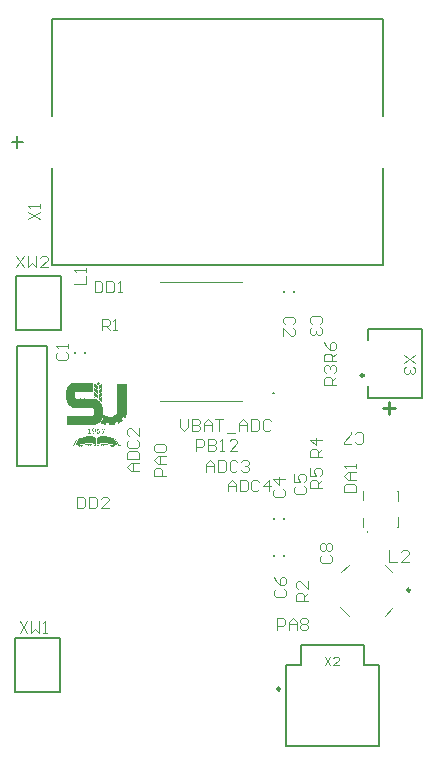
<source format=gto>
G04*
G04 #@! TF.GenerationSoftware,Altium Limited,Altium Designer,20.2.7 (254)*
G04*
G04 Layer_Color=65535*
%FSLAX44Y44*%
%MOMM*%
G71*
G04*
G04 #@! TF.SameCoordinates,2281EFF5-857D-4E86-B53A-B943DB852D4A*
G04*
G04*
G04 #@! TF.FilePolarity,Positive*
G04*
G01*
G75*
%ADD10C,0.2500*%
%ADD11C,0.2540*%
%ADD12C,0.1000*%
%ADD13C,0.2000*%
G36*
X1965438Y1438075D02*
X1965266D01*
Y1437903D01*
X1965438D01*
Y1437731D01*
X1965266D01*
Y1437560D01*
X1965438D01*
Y1437388D01*
X1965266D01*
Y1437216D01*
X1965438D01*
Y1437045D01*
X1965266D01*
Y1436873D01*
X1965438D01*
Y1436701D01*
X1965266D01*
Y1436530D01*
X1965438D01*
Y1436358D01*
X1965266D01*
Y1436186D01*
X1965438D01*
Y1436015D01*
X1965266D01*
Y1435843D01*
X1965438D01*
Y1435671D01*
X1965266D01*
Y1435500D01*
X1965438D01*
Y1435328D01*
X1965266D01*
Y1435156D01*
X1965438D01*
Y1434984D01*
X1965266D01*
Y1434813D01*
X1965438D01*
Y1434641D01*
X1965266D01*
Y1434469D01*
X1965438D01*
Y1434298D01*
X1965266D01*
Y1434126D01*
X1965438D01*
Y1433954D01*
X1965266D01*
Y1433783D01*
X1965438D01*
Y1433611D01*
X1965266D01*
Y1433439D01*
X1965438D01*
Y1433268D01*
X1965266D01*
Y1433096D01*
X1965438D01*
Y1432924D01*
X1965266D01*
Y1432753D01*
X1965438D01*
Y1432581D01*
X1965266D01*
Y1432409D01*
X1965438D01*
Y1432238D01*
X1965266D01*
Y1432066D01*
X1965438D01*
Y1431894D01*
X1965266D01*
Y1431723D01*
X1965438D01*
Y1431551D01*
X1965266D01*
Y1431379D01*
X1965438D01*
Y1431207D01*
X1965266D01*
Y1431036D01*
X1965438D01*
Y1430864D01*
X1965266D01*
Y1430692D01*
X1965438D01*
Y1430521D01*
X1965266D01*
Y1430349D01*
X1965438D01*
Y1430177D01*
X1950845D01*
Y1430006D01*
X1950673D01*
Y1429834D01*
X1950502D01*
Y1429662D01*
X1950330D01*
Y1429491D01*
X1950158D01*
Y1429319D01*
X1950330D01*
Y1429147D01*
X1950158D01*
Y1428976D01*
Y1428804D01*
Y1428632D01*
X1949987D01*
Y1428461D01*
Y1428289D01*
Y1428117D01*
X1950158D01*
Y1427946D01*
X1949987D01*
Y1427774D01*
Y1427602D01*
Y1427430D01*
X1950158D01*
Y1427259D01*
X1949987D01*
Y1427087D01*
X1950158D01*
Y1426915D01*
X1949987D01*
Y1426744D01*
X1950158D01*
Y1426572D01*
X1949987D01*
Y1426400D01*
Y1426229D01*
Y1426057D01*
X1950158D01*
Y1425885D01*
Y1425714D01*
Y1425542D01*
X1950330D01*
Y1425370D01*
X1950502D01*
Y1425199D01*
Y1425027D01*
Y1424855D01*
X1951017D01*
Y1424684D01*
X1951188D01*
Y1424855D01*
X1951360D01*
Y1424684D01*
X1951875D01*
Y1424855D01*
X1952047D01*
Y1424684D01*
X1952218D01*
Y1424512D01*
X1952390D01*
Y1424684D01*
X1952562D01*
Y1424855D01*
X1952734D01*
Y1424684D01*
X1953592D01*
Y1424512D01*
X1953764D01*
Y1424684D01*
X1953935D01*
Y1424855D01*
X1954107D01*
Y1424684D01*
X1954622D01*
Y1424855D01*
X1954794D01*
Y1424684D01*
X1954965D01*
Y1424512D01*
X1955137D01*
Y1424684D01*
X1955309D01*
Y1424855D01*
X1955480D01*
Y1424684D01*
X1956339D01*
Y1424512D01*
X1956511D01*
Y1424684D01*
X1956682D01*
Y1424855D01*
X1956854D01*
Y1424684D01*
X1957369D01*
Y1424855D01*
X1957541D01*
Y1424684D01*
X1957712D01*
Y1424512D01*
X1957884D01*
Y1424684D01*
X1958056D01*
Y1424855D01*
X1958227D01*
Y1424684D01*
X1959086D01*
Y1424512D01*
X1959258D01*
Y1424684D01*
X1959429D01*
Y1424855D01*
X1959601D01*
Y1424684D01*
X1960116D01*
Y1424855D01*
X1960288D01*
Y1424684D01*
X1960459D01*
Y1424512D01*
X1960631D01*
Y1424684D01*
X1960803D01*
Y1424855D01*
X1960974D01*
Y1424684D01*
X1961833D01*
Y1424512D01*
X1962004D01*
Y1424684D01*
X1962176D01*
Y1424855D01*
X1962348D01*
Y1424684D01*
X1962863D01*
Y1424855D01*
X1963035D01*
Y1424684D01*
X1963206D01*
Y1424512D01*
X1963378D01*
Y1424684D01*
X1963549D01*
Y1424855D01*
X1963721D01*
Y1424684D01*
X1964580D01*
Y1424512D01*
X1964751D01*
Y1424684D01*
X1964923D01*
Y1424855D01*
X1965095D01*
Y1424684D01*
X1965953D01*
Y1424512D01*
X1966125D01*
Y1424684D01*
X1966296D01*
Y1424512D01*
X1966812D01*
Y1424340D01*
X1966983D01*
Y1424512D01*
X1967155D01*
Y1424340D01*
X1967327D01*
Y1424169D01*
X1967498D01*
Y1424340D01*
X1967670D01*
Y1424169D01*
X1968185D01*
Y1423997D01*
X1968357D01*
Y1423825D01*
X1968528D01*
Y1423997D01*
X1968700D01*
Y1423825D01*
X1968872D01*
Y1423653D01*
X1969043D01*
Y1423482D01*
X1969558D01*
Y1423310D01*
X1969730D01*
Y1423138D01*
X1969902D01*
Y1422967D01*
X1970073D01*
Y1422795D01*
X1970589D01*
Y1422623D01*
Y1422452D01*
X1970932D01*
Y1422280D01*
Y1422108D01*
X1971275D01*
Y1421937D01*
Y1421765D01*
Y1421593D01*
X1971447D01*
Y1421422D01*
X1971619D01*
Y1421250D01*
X1971790D01*
Y1421078D01*
X1971962D01*
Y1420907D01*
Y1420735D01*
X1972134D01*
Y1420563D01*
Y1420392D01*
X1972305D01*
Y1420220D01*
X1972477D01*
Y1420048D01*
X1972649D01*
Y1419876D01*
X1972477D01*
Y1419705D01*
X1972649D01*
Y1419533D01*
X1972820D01*
Y1419361D01*
Y1419190D01*
Y1419018D01*
X1972992D01*
Y1418846D01*
Y1418675D01*
X1973164D01*
Y1418503D01*
Y1418331D01*
X1973335D01*
Y1418160D01*
X1973164D01*
Y1417988D01*
X1973335D01*
Y1417816D01*
X1973507D01*
Y1417645D01*
X1973335D01*
Y1417473D01*
X1973507D01*
Y1417301D01*
Y1417130D01*
Y1416958D01*
X1973679D01*
Y1416786D01*
Y1416615D01*
Y1416443D01*
X1973507D01*
Y1416271D01*
X1973679D01*
Y1416100D01*
X1973851D01*
Y1415928D01*
X1973679D01*
Y1415756D01*
X1973851D01*
Y1415584D01*
Y1415413D01*
Y1415241D01*
X1974022D01*
Y1415069D01*
X1973851D01*
Y1414898D01*
Y1414726D01*
Y1414554D01*
X1974022D01*
Y1414383D01*
X1973851D01*
Y1414211D01*
Y1414039D01*
Y1413868D01*
X1974022D01*
Y1413696D01*
X1973851D01*
Y1413524D01*
Y1413353D01*
Y1413181D01*
X1974022D01*
Y1413009D01*
X1973851D01*
Y1412838D01*
Y1412666D01*
Y1412494D01*
X1974022D01*
Y1412322D01*
X1973851D01*
Y1412151D01*
Y1411979D01*
Y1411807D01*
X1974022D01*
Y1411636D01*
X1973851D01*
Y1411464D01*
Y1411292D01*
Y1411121D01*
X1974022D01*
Y1410949D01*
X1973851D01*
Y1410777D01*
Y1410606D01*
Y1410434D01*
X1973679D01*
Y1410262D01*
X1973851D01*
Y1410091D01*
X1973679D01*
Y1409919D01*
Y1409747D01*
Y1409576D01*
Y1409404D01*
Y1409232D01*
X1973507D01*
Y1409061D01*
X1973679D01*
Y1408889D01*
X1973507D01*
Y1408717D01*
Y1408545D01*
X1973335D01*
Y1408374D01*
Y1408202D01*
Y1408030D01*
Y1407859D01*
X1973164D01*
Y1407687D01*
Y1407515D01*
Y1407344D01*
X1972992D01*
Y1407172D01*
X1972820D01*
Y1407000D01*
X1972992D01*
Y1406829D01*
X1972820D01*
Y1406657D01*
X1972649D01*
Y1406485D01*
X1972477D01*
Y1406314D01*
X1972649D01*
Y1406142D01*
X1972477D01*
Y1405970D01*
X1972305D01*
Y1405798D01*
X1972134D01*
Y1405627D01*
Y1405455D01*
X1971962D01*
Y1405284D01*
Y1405112D01*
X1971790D01*
Y1404940D01*
X1971619D01*
Y1404768D01*
X1971447D01*
Y1404597D01*
X1971275D01*
Y1404425D01*
X1971104D01*
Y1404253D01*
X1970932D01*
Y1404082D01*
X1970760D01*
Y1403910D01*
X1970589D01*
Y1403738D01*
X1970073D01*
Y1403567D01*
X1969902D01*
Y1403395D01*
X1969730D01*
Y1403223D01*
X1969558D01*
Y1403052D01*
X1969387D01*
Y1403223D01*
X1969215D01*
Y1403052D01*
X1969043D01*
Y1402880D01*
X1968528D01*
Y1402708D01*
X1968013D01*
Y1402537D01*
X1967498D01*
Y1402365D01*
X1967327D01*
Y1402537D01*
X1967155D01*
Y1402365D01*
X1966640D01*
Y1402193D01*
X1966468D01*
Y1402365D01*
X1966296D01*
Y1402193D01*
X1966125D01*
Y1402021D01*
X1965953D01*
Y1402193D01*
X1965781D01*
Y1402021D01*
X1965610D01*
Y1402193D01*
X1965095D01*
Y1402021D01*
X1964236D01*
Y1402193D01*
X1964065D01*
Y1402021D01*
X1963549D01*
Y1402193D01*
X1963378D01*
Y1402021D01*
X1962863D01*
Y1402193D01*
X1962691D01*
Y1402021D01*
X1961489D01*
Y1402193D01*
X1961318D01*
Y1402021D01*
X1960803D01*
Y1402193D01*
X1960631D01*
Y1402021D01*
X1960116D01*
Y1402193D01*
X1959944D01*
Y1402021D01*
X1958742D01*
Y1402193D01*
X1958571D01*
Y1402021D01*
X1958056D01*
Y1402193D01*
X1957884D01*
Y1402021D01*
X1957369D01*
Y1402193D01*
X1957197D01*
Y1402021D01*
X1955995D01*
Y1402193D01*
X1955824D01*
Y1402021D01*
X1955309D01*
Y1402193D01*
X1955137D01*
Y1402021D01*
X1954622D01*
Y1402193D01*
X1954450D01*
Y1402021D01*
X1953249D01*
Y1402193D01*
X1953077D01*
Y1402021D01*
X1952562D01*
Y1402193D01*
X1952390D01*
Y1402021D01*
X1951875D01*
Y1402193D01*
X1951703D01*
Y1402021D01*
X1950502D01*
Y1402193D01*
X1950330D01*
Y1402021D01*
X1949815D01*
Y1402193D01*
X1949643D01*
Y1402021D01*
X1949128D01*
Y1402193D01*
X1948957D01*
Y1402021D01*
X1947755D01*
Y1402193D01*
X1947583D01*
Y1402021D01*
X1947068D01*
Y1402193D01*
X1946896D01*
Y1402021D01*
X1946381D01*
Y1402193D01*
X1946210D01*
Y1402021D01*
X1945008D01*
Y1402193D01*
X1944836D01*
Y1402021D01*
X1944321D01*
Y1402193D01*
X1944149D01*
Y1402021D01*
X1943634D01*
Y1402193D01*
X1943463D01*
Y1402021D01*
X1943291D01*
Y1402193D01*
X1943119D01*
Y1402365D01*
X1943291D01*
Y1402537D01*
X1943119D01*
Y1402708D01*
Y1402880D01*
Y1403052D01*
X1943291D01*
Y1403223D01*
X1943119D01*
Y1403395D01*
Y1403567D01*
Y1403738D01*
X1943291D01*
Y1403910D01*
X1943119D01*
Y1404082D01*
Y1404253D01*
Y1404425D01*
X1943291D01*
Y1404597D01*
X1943119D01*
Y1404768D01*
Y1404940D01*
Y1405112D01*
X1943291D01*
Y1405284D01*
X1943119D01*
Y1405455D01*
Y1405627D01*
Y1405798D01*
X1943291D01*
Y1405970D01*
X1943119D01*
Y1406142D01*
Y1406314D01*
Y1406485D01*
X1943291D01*
Y1406657D01*
X1943119D01*
Y1406829D01*
Y1407000D01*
Y1407172D01*
X1943291D01*
Y1407344D01*
X1943119D01*
Y1407515D01*
Y1407687D01*
Y1407859D01*
X1943291D01*
Y1408030D01*
X1943119D01*
Y1408202D01*
Y1408374D01*
Y1408545D01*
X1943291D01*
Y1408717D01*
X1943119D01*
Y1408889D01*
Y1409061D01*
Y1409232D01*
X1943291D01*
Y1409404D01*
X1943119D01*
Y1409576D01*
Y1409747D01*
Y1409919D01*
X1943291D01*
Y1410091D01*
X1943119D01*
Y1410262D01*
X1943291D01*
Y1410091D01*
X1943463D01*
Y1410262D01*
X1943634D01*
Y1410091D01*
X1943806D01*
Y1410262D01*
X1943978D01*
Y1410091D01*
X1944149D01*
Y1410262D01*
X1944321D01*
Y1410091D01*
X1944493D01*
Y1410262D01*
X1944664D01*
Y1410091D01*
X1944836D01*
Y1410262D01*
X1945008D01*
Y1410091D01*
X1945179D01*
Y1410262D01*
X1945351D01*
Y1410091D01*
X1945523D01*
Y1410262D01*
X1945695D01*
Y1410091D01*
X1945866D01*
Y1410262D01*
X1946038D01*
Y1410091D01*
X1946210D01*
Y1410262D01*
X1946381D01*
Y1410091D01*
X1946553D01*
Y1410262D01*
X1946725D01*
Y1410091D01*
X1946896D01*
Y1410262D01*
X1947068D01*
Y1410091D01*
X1947240D01*
Y1410262D01*
X1947411D01*
Y1410091D01*
X1947583D01*
Y1410262D01*
X1947755D01*
Y1410091D01*
X1947926D01*
Y1410262D01*
X1948098D01*
Y1410091D01*
X1948270D01*
Y1410262D01*
X1948441D01*
Y1410091D01*
X1948613D01*
Y1410262D01*
X1948785D01*
Y1410091D01*
X1948957D01*
Y1410262D01*
X1949128D01*
Y1410091D01*
X1949300D01*
Y1410262D01*
X1949472D01*
Y1410091D01*
X1949643D01*
Y1410262D01*
X1949815D01*
Y1410091D01*
X1949987D01*
Y1410262D01*
X1950158D01*
Y1410091D01*
X1950330D01*
Y1410262D01*
X1950502D01*
Y1410091D01*
X1950673D01*
Y1410262D01*
X1950845D01*
Y1410091D01*
X1951017D01*
Y1410262D01*
X1951188D01*
Y1410091D01*
X1951360D01*
Y1410262D01*
X1951532D01*
Y1410091D01*
X1951703D01*
Y1410262D01*
X1951875D01*
Y1410091D01*
X1952047D01*
Y1410262D01*
X1952218D01*
Y1410091D01*
X1952390D01*
Y1410262D01*
X1952562D01*
Y1410091D01*
X1952734D01*
Y1410262D01*
X1952905D01*
Y1410091D01*
X1953077D01*
Y1410262D01*
X1953249D01*
Y1410091D01*
X1953420D01*
Y1410262D01*
X1953592D01*
Y1410091D01*
X1953764D01*
Y1410262D01*
X1953935D01*
Y1410091D01*
X1954107D01*
Y1410262D01*
X1954279D01*
Y1410091D01*
X1954450D01*
Y1410262D01*
X1954622D01*
Y1410091D01*
X1954794D01*
Y1410262D01*
X1954965D01*
Y1410091D01*
X1955137D01*
Y1410262D01*
X1955309D01*
Y1410091D01*
X1955480D01*
Y1410262D01*
X1955652D01*
Y1410091D01*
X1955824D01*
Y1410262D01*
X1955995D01*
Y1410091D01*
X1956167D01*
Y1410262D01*
X1956339D01*
Y1410091D01*
X1956511D01*
Y1410262D01*
X1956682D01*
Y1410091D01*
X1956854D01*
Y1410262D01*
X1957026D01*
Y1410091D01*
X1957197D01*
Y1410262D01*
X1957369D01*
Y1410091D01*
X1957541D01*
Y1410262D01*
X1957712D01*
Y1410091D01*
X1957884D01*
Y1410262D01*
X1958056D01*
Y1410091D01*
X1958227D01*
Y1410262D01*
X1958399D01*
Y1410091D01*
X1958571D01*
Y1410262D01*
X1958742D01*
Y1410091D01*
X1958914D01*
Y1410262D01*
X1959086D01*
Y1410091D01*
X1959258D01*
Y1410262D01*
X1959429D01*
Y1410091D01*
X1959601D01*
Y1410262D01*
X1959772D01*
Y1410091D01*
X1959944D01*
Y1410262D01*
X1960116D01*
Y1410091D01*
X1960288D01*
Y1410262D01*
X1960459D01*
Y1410091D01*
X1960631D01*
Y1410262D01*
X1960803D01*
Y1410091D01*
X1960974D01*
Y1410262D01*
X1961146D01*
Y1410091D01*
X1961318D01*
Y1410262D01*
X1961489D01*
Y1410091D01*
X1961661D01*
Y1410262D01*
X1961833D01*
Y1410091D01*
X1962004D01*
Y1410262D01*
X1962176D01*
Y1410091D01*
X1962348D01*
Y1410262D01*
X1962519D01*
Y1410091D01*
X1962691D01*
Y1410262D01*
X1962863D01*
Y1410091D01*
X1963035D01*
Y1410262D01*
X1963206D01*
Y1410091D01*
X1963378D01*
Y1410262D01*
X1963549D01*
Y1410091D01*
X1963721D01*
Y1410262D01*
X1963893D01*
Y1410091D01*
X1964065D01*
Y1410262D01*
X1964236D01*
Y1410091D01*
X1964408D01*
Y1410262D01*
X1964923D01*
Y1410434D01*
X1965095D01*
Y1410262D01*
X1965266D01*
Y1410434D01*
X1965438D01*
Y1410606D01*
X1965610D01*
Y1410434D01*
X1965781D01*
Y1410606D01*
Y1410777D01*
Y1410949D01*
X1965953D01*
Y1411121D01*
X1966125D01*
Y1411292D01*
Y1411464D01*
Y1411636D01*
X1966296D01*
Y1411807D01*
X1966125D01*
Y1411979D01*
X1966296D01*
Y1412151D01*
Y1412322D01*
Y1412494D01*
X1966468D01*
Y1412666D01*
X1966296D01*
Y1412838D01*
Y1413009D01*
Y1413181D01*
X1966468D01*
Y1413353D01*
X1966296D01*
Y1413524D01*
Y1413696D01*
Y1413868D01*
X1966468D01*
Y1414039D01*
X1966296D01*
Y1414211D01*
Y1414383D01*
Y1414554D01*
X1966468D01*
Y1414726D01*
X1966296D01*
Y1414898D01*
Y1415069D01*
Y1415241D01*
X1966125D01*
Y1415413D01*
X1965953D01*
Y1415584D01*
X1966125D01*
Y1415756D01*
X1965953D01*
Y1415928D01*
X1965781D01*
Y1416100D01*
X1965610D01*
Y1416271D01*
X1965438D01*
Y1416443D01*
X1964923D01*
Y1416615D01*
X1964408D01*
Y1416443D01*
X1964236D01*
Y1416615D01*
X1964065D01*
Y1416443D01*
X1963893D01*
Y1416615D01*
X1963721D01*
Y1416443D01*
X1963549D01*
Y1416615D01*
X1963035D01*
Y1416443D01*
X1962863D01*
Y1416615D01*
X1962348D01*
Y1416443D01*
X1962176D01*
Y1416615D01*
X1961661D01*
Y1416443D01*
X1961489D01*
Y1416615D01*
X1961318D01*
Y1416443D01*
X1961146D01*
Y1416615D01*
X1960974D01*
Y1416443D01*
X1960803D01*
Y1416615D01*
X1960288D01*
Y1416443D01*
X1960116D01*
Y1416615D01*
X1959601D01*
Y1416443D01*
X1959429D01*
Y1416615D01*
X1958914D01*
Y1416443D01*
X1958742D01*
Y1416615D01*
X1958571D01*
Y1416443D01*
X1958399D01*
Y1416615D01*
X1958227D01*
Y1416443D01*
X1958056D01*
Y1416615D01*
X1957541D01*
Y1416443D01*
X1957369D01*
Y1416615D01*
X1956854D01*
Y1416443D01*
X1956682D01*
Y1416615D01*
X1956167D01*
Y1416443D01*
X1955995D01*
Y1416615D01*
X1955824D01*
Y1416443D01*
X1955652D01*
Y1416615D01*
X1955480D01*
Y1416443D01*
X1955309D01*
Y1416615D01*
X1954794D01*
Y1416443D01*
X1954622D01*
Y1416615D01*
X1954107D01*
Y1416443D01*
X1953935D01*
Y1416615D01*
X1953420D01*
Y1416443D01*
X1953249D01*
Y1416615D01*
X1953077D01*
Y1416443D01*
X1952905D01*
Y1416615D01*
X1952734D01*
Y1416443D01*
X1952562D01*
Y1416615D01*
X1952047D01*
Y1416443D01*
X1951875D01*
Y1416615D01*
X1951360D01*
Y1416443D01*
X1951188D01*
Y1416615D01*
X1950673D01*
Y1416443D01*
X1950502D01*
Y1416615D01*
X1950330D01*
Y1416786D01*
X1950158D01*
Y1416615D01*
X1949987D01*
Y1416786D01*
X1949815D01*
Y1416615D01*
X1949643D01*
Y1416786D01*
X1948785D01*
Y1416958D01*
X1948270D01*
Y1417130D01*
X1948098D01*
Y1416958D01*
X1947926D01*
Y1417130D01*
X1947755D01*
Y1417301D01*
X1947583D01*
Y1417130D01*
X1947411D01*
Y1417301D01*
X1947240D01*
Y1417473D01*
X1946725D01*
Y1417645D01*
X1946553D01*
Y1417816D01*
X1946381D01*
Y1417988D01*
X1946210D01*
Y1418160D01*
X1945695D01*
Y1418331D01*
X1945523D01*
Y1418503D01*
X1945351D01*
Y1418675D01*
X1945179D01*
Y1418846D01*
X1945008D01*
Y1419018D01*
X1944836D01*
Y1419190D01*
X1944664D01*
Y1419361D01*
Y1419533D01*
X1944493D01*
Y1419705D01*
Y1419876D01*
X1944321D01*
Y1420048D01*
X1944149D01*
Y1420220D01*
X1943978D01*
Y1420392D01*
X1944149D01*
Y1420563D01*
X1943806D01*
Y1420735D01*
Y1420907D01*
X1943634D01*
Y1421078D01*
Y1421250D01*
Y1421422D01*
X1943463D01*
Y1421593D01*
X1943291D01*
Y1421765D01*
X1943463D01*
Y1421937D01*
X1943291D01*
Y1422108D01*
X1943119D01*
Y1422280D01*
Y1422452D01*
Y1422623D01*
X1942948D01*
Y1422795D01*
X1943119D01*
Y1422967D01*
X1942948D01*
Y1423138D01*
Y1423310D01*
Y1423482D01*
X1942776D01*
Y1423653D01*
X1942604D01*
Y1423825D01*
X1942776D01*
Y1423997D01*
X1942604D01*
Y1424169D01*
X1942776D01*
Y1424340D01*
X1942604D01*
Y1424512D01*
X1942776D01*
Y1424684D01*
X1942604D01*
Y1424855D01*
Y1425027D01*
Y1425199D01*
X1942433D01*
Y1425370D01*
X1942604D01*
Y1425542D01*
Y1425714D01*
Y1425885D01*
X1942433D01*
Y1426057D01*
X1942604D01*
Y1426229D01*
Y1426400D01*
Y1426572D01*
X1942433D01*
Y1426744D01*
X1942604D01*
Y1426915D01*
Y1427087D01*
Y1427259D01*
X1942433D01*
Y1427430D01*
X1942604D01*
Y1427602D01*
Y1427774D01*
Y1427946D01*
X1942433D01*
Y1428117D01*
X1942604D01*
Y1428289D01*
Y1428461D01*
Y1428632D01*
X1942433D01*
Y1428804D01*
X1942604D01*
Y1428976D01*
Y1429147D01*
Y1429319D01*
X1942433D01*
Y1429491D01*
X1942604D01*
Y1429662D01*
Y1429834D01*
Y1430006D01*
X1942776D01*
Y1430177D01*
X1942604D01*
Y1430349D01*
Y1430521D01*
Y1430692D01*
X1942776D01*
Y1430864D01*
X1942604D01*
Y1431036D01*
X1942776D01*
Y1431207D01*
X1942604D01*
Y1431379D01*
X1942776D01*
Y1431551D01*
Y1431723D01*
Y1431894D01*
X1942948D01*
Y1432066D01*
Y1432238D01*
Y1432409D01*
X1943119D01*
Y1432581D01*
Y1432753D01*
Y1432924D01*
X1943291D01*
Y1433096D01*
Y1433268D01*
Y1433439D01*
X1943463D01*
Y1433611D01*
Y1433783D01*
Y1433954D01*
X1943634D01*
Y1434126D01*
X1943806D01*
Y1434298D01*
X1943634D01*
Y1434469D01*
X1943806D01*
Y1434641D01*
X1943978D01*
Y1434813D01*
X1944149D01*
Y1434984D01*
Y1435156D01*
X1944493D01*
Y1435328D01*
X1944321D01*
Y1435500D01*
X1944493D01*
Y1435671D01*
X1944664D01*
Y1435843D01*
X1944836D01*
Y1436015D01*
X1945008D01*
Y1436186D01*
X1945179D01*
Y1436358D01*
X1945351D01*
Y1436530D01*
X1945523D01*
Y1436701D01*
X1945695D01*
Y1436873D01*
X1946210D01*
Y1437045D01*
X1946381D01*
Y1437216D01*
X1946725D01*
Y1437388D01*
X1947068D01*
Y1437560D01*
X1947240D01*
Y1437731D01*
X1947411D01*
Y1437560D01*
X1947583D01*
Y1437731D01*
X1947755D01*
Y1437903D01*
X1948613D01*
Y1438075D01*
X1948785D01*
Y1438246D01*
X1948957D01*
Y1438075D01*
X1949128D01*
Y1437903D01*
X1949300D01*
Y1438075D01*
X1949472D01*
Y1438246D01*
X1949643D01*
Y1438075D01*
X1949815D01*
Y1438246D01*
X1949987D01*
Y1438075D01*
X1950158D01*
Y1438246D01*
X1965438D01*
Y1438075D01*
D02*
G37*
G36*
X1969902Y1438418D02*
X1970073D01*
Y1438246D01*
X1970245D01*
Y1438075D01*
X1970417D01*
Y1437903D01*
X1970589D01*
Y1437731D01*
X1970760D01*
Y1437560D01*
X1971104D01*
Y1437388D01*
Y1437216D01*
X1971447D01*
Y1437045D01*
X1971104D01*
Y1436873D01*
Y1436701D01*
X1970760D01*
Y1436530D01*
X1970589D01*
Y1436358D01*
X1970417D01*
Y1436186D01*
X1970245D01*
Y1436015D01*
X1970073D01*
Y1435843D01*
X1969902D01*
Y1435671D01*
X1969730D01*
Y1435843D01*
X1969558D01*
Y1436015D01*
X1969387D01*
Y1436186D01*
X1969215D01*
Y1436358D01*
X1969043D01*
Y1436530D01*
X1968872D01*
Y1436701D01*
X1968357D01*
Y1436873D01*
Y1437045D01*
X1968013D01*
Y1437216D01*
X1968185D01*
Y1437388D01*
X1968357D01*
Y1437216D01*
X1968528D01*
Y1437388D01*
Y1437560D01*
X1968700D01*
Y1437731D01*
Y1437903D01*
X1969215D01*
Y1438075D01*
X1969387D01*
Y1438246D01*
X1969558D01*
Y1438418D01*
X1969730D01*
Y1438590D01*
X1969902D01*
Y1438418D01*
D02*
G37*
G36*
X1973335Y1437388D02*
X1973164D01*
Y1437216D01*
X1973335D01*
Y1437045D01*
X1973164D01*
Y1436873D01*
X1973335D01*
Y1436701D01*
X1973164D01*
Y1436530D01*
X1973335D01*
Y1436358D01*
X1973164D01*
Y1436186D01*
X1973335D01*
Y1436015D01*
X1973164D01*
Y1435843D01*
X1973335D01*
Y1435671D01*
X1973164D01*
Y1435500D01*
X1973335D01*
Y1435328D01*
X1973164D01*
Y1435156D01*
X1973335D01*
Y1434984D01*
X1973164D01*
Y1434813D01*
X1973335D01*
Y1434641D01*
X1973164D01*
Y1434469D01*
X1972992D01*
Y1434298D01*
X1972649D01*
Y1434126D01*
Y1433954D01*
X1972134D01*
Y1433783D01*
X1971962D01*
Y1433611D01*
X1971790D01*
Y1433439D01*
X1971619D01*
Y1433268D01*
X1971104D01*
Y1433096D01*
X1971275D01*
Y1432924D01*
X1970760D01*
Y1432753D01*
X1970589D01*
Y1432581D01*
X1970417D01*
Y1432409D01*
X1970245D01*
Y1432238D01*
X1970073D01*
Y1432409D01*
Y1432581D01*
Y1432753D01*
X1970245D01*
Y1432924D01*
X1970073D01*
Y1433096D01*
Y1433268D01*
Y1433439D01*
X1970245D01*
Y1433611D01*
X1970073D01*
Y1433783D01*
X1970245D01*
Y1433954D01*
X1970073D01*
Y1434126D01*
X1970245D01*
Y1434298D01*
X1970073D01*
Y1434469D01*
Y1434641D01*
Y1434813D01*
X1970245D01*
Y1434984D01*
X1970073D01*
Y1435156D01*
X1970245D01*
Y1435328D01*
X1970417D01*
Y1435500D01*
X1970589D01*
Y1435671D01*
X1970760D01*
Y1435843D01*
X1970932D01*
Y1436015D01*
X1971104D01*
Y1436186D01*
X1971619D01*
Y1436358D01*
X1971790D01*
Y1436530D01*
X1971962D01*
Y1436701D01*
X1972134D01*
Y1436873D01*
X1972305D01*
Y1437045D01*
X1972477D01*
Y1437216D01*
X1972820D01*
Y1437388D01*
Y1437560D01*
X1973335D01*
Y1437388D01*
D02*
G37*
G36*
X1966468D02*
X1966640D01*
Y1437216D01*
X1967155D01*
Y1437045D01*
X1967327D01*
Y1436873D01*
X1967498D01*
Y1436701D01*
X1967670D01*
Y1436530D01*
X1967842D01*
Y1436358D01*
X1968013D01*
Y1436186D01*
X1968185D01*
Y1436015D01*
X1968357D01*
Y1435843D01*
X1968872D01*
Y1435671D01*
X1969043D01*
Y1435500D01*
X1969215D01*
Y1435328D01*
X1969387D01*
Y1435156D01*
X1969558D01*
Y1434984D01*
X1969387D01*
Y1434813D01*
X1969558D01*
Y1434641D01*
X1969387D01*
Y1434469D01*
X1969558D01*
Y1434298D01*
X1969387D01*
Y1434126D01*
X1969558D01*
Y1433954D01*
X1969387D01*
Y1433783D01*
X1969558D01*
Y1433611D01*
X1969387D01*
Y1433439D01*
X1969558D01*
Y1433268D01*
X1969387D01*
Y1433096D01*
X1969558D01*
Y1432924D01*
X1969387D01*
Y1432753D01*
X1969558D01*
Y1432581D01*
X1969387D01*
Y1432409D01*
X1969558D01*
Y1432238D01*
X1969387D01*
Y1432409D01*
X1969215D01*
Y1432581D01*
X1969043D01*
Y1432753D01*
X1968872D01*
Y1432924D01*
X1968357D01*
Y1433096D01*
X1968185D01*
Y1433268D01*
X1968013D01*
Y1433439D01*
X1967842D01*
Y1433611D01*
X1967498D01*
Y1433783D01*
X1967327D01*
Y1433954D01*
X1966983D01*
Y1434126D01*
X1966812D01*
Y1434298D01*
X1966640D01*
Y1434469D01*
X1966468D01*
Y1434641D01*
X1966296D01*
Y1434813D01*
Y1434984D01*
Y1435156D01*
X1966468D01*
Y1435328D01*
X1966296D01*
Y1435500D01*
Y1435671D01*
Y1435843D01*
X1966468D01*
Y1436015D01*
X1966296D01*
Y1436186D01*
Y1436358D01*
Y1436530D01*
X1966468D01*
Y1436701D01*
X1966296D01*
Y1436873D01*
Y1437045D01*
Y1437216D01*
X1966468D01*
Y1437388D01*
X1966296D01*
Y1437560D01*
X1966468D01*
Y1437388D01*
D02*
G37*
G36*
X1973164Y1433783D02*
X1973335D01*
Y1433611D01*
X1973164D01*
Y1433439D01*
X1973335D01*
Y1433268D01*
X1973164D01*
Y1433096D01*
X1973335D01*
Y1432924D01*
X1973164D01*
Y1432753D01*
X1973335D01*
Y1432581D01*
X1973164D01*
Y1432409D01*
X1973335D01*
Y1432238D01*
X1973164D01*
Y1432066D01*
X1973335D01*
Y1431894D01*
X1973164D01*
Y1431723D01*
X1973335D01*
Y1431551D01*
X1973164D01*
Y1431379D01*
X1973335D01*
Y1431207D01*
X1973164D01*
Y1431036D01*
X1973335D01*
Y1430864D01*
X1972992D01*
Y1430692D01*
Y1430521D01*
X1972477D01*
Y1430349D01*
X1972305D01*
Y1430177D01*
X1972134D01*
Y1430006D01*
X1971962D01*
Y1429834D01*
X1971790D01*
Y1429662D01*
X1971619D01*
Y1429491D01*
X1971104D01*
Y1429319D01*
X1970932D01*
Y1429147D01*
X1970760D01*
Y1428976D01*
X1970589D01*
Y1428804D01*
X1970073D01*
Y1428976D01*
Y1429147D01*
Y1429319D01*
X1970245D01*
Y1429491D01*
X1970073D01*
Y1429662D01*
X1970245D01*
Y1429834D01*
X1970073D01*
Y1430006D01*
X1970245D01*
Y1430177D01*
X1970073D01*
Y1430349D01*
Y1430521D01*
Y1430692D01*
X1970245D01*
Y1430864D01*
X1970073D01*
Y1431036D01*
X1970245D01*
Y1431207D01*
X1970073D01*
Y1431379D01*
X1970245D01*
Y1431551D01*
X1970073D01*
Y1431723D01*
X1970589D01*
Y1431894D01*
X1970760D01*
Y1432066D01*
X1970932D01*
Y1432238D01*
X1971104D01*
Y1432409D01*
X1971275D01*
Y1432581D01*
X1971447D01*
Y1432753D01*
X1971790D01*
Y1432924D01*
Y1433096D01*
X1972305D01*
Y1433268D01*
X1972477D01*
Y1433439D01*
X1972649D01*
Y1433611D01*
X1972820D01*
Y1433783D01*
X1972992D01*
Y1433954D01*
X1973164D01*
Y1433783D01*
D02*
G37*
G36*
X1966640Y1433611D02*
Y1433439D01*
X1967155D01*
Y1433268D01*
X1967327D01*
Y1433096D01*
X1967498D01*
Y1432924D01*
X1967670D01*
Y1432753D01*
X1967842D01*
Y1432581D01*
X1968013D01*
Y1432409D01*
X1968528D01*
Y1432238D01*
X1968700D01*
Y1432066D01*
X1968872D01*
Y1431894D01*
X1969043D01*
Y1431723D01*
X1969215D01*
Y1431551D01*
X1969387D01*
Y1431379D01*
X1969558D01*
Y1431207D01*
X1969387D01*
Y1431036D01*
X1969558D01*
Y1430864D01*
X1969387D01*
Y1430692D01*
X1969558D01*
Y1430521D01*
X1969387D01*
Y1430349D01*
X1969558D01*
Y1430177D01*
X1969387D01*
Y1430006D01*
X1969558D01*
Y1429834D01*
X1969387D01*
Y1429662D01*
X1969558D01*
Y1429491D01*
X1969387D01*
Y1429319D01*
X1969558D01*
Y1429147D01*
X1969387D01*
Y1428976D01*
X1969558D01*
Y1428804D01*
X1969387D01*
Y1428632D01*
X1969215D01*
Y1428804D01*
X1969043D01*
Y1428976D01*
X1968872D01*
Y1429147D01*
X1968700D01*
Y1429319D01*
X1968357D01*
Y1429491D01*
X1968013D01*
Y1429662D01*
X1967842D01*
Y1429834D01*
X1967670D01*
Y1430006D01*
X1967498D01*
Y1430177D01*
X1966983D01*
Y1430349D01*
Y1430521D01*
X1966640D01*
Y1430692D01*
X1966468D01*
Y1430864D01*
X1966296D01*
Y1431036D01*
X1966468D01*
Y1431207D01*
X1966296D01*
Y1431379D01*
Y1431551D01*
Y1431723D01*
X1966468D01*
Y1431894D01*
X1966296D01*
Y1432066D01*
Y1432238D01*
Y1432409D01*
X1966468D01*
Y1432581D01*
X1966296D01*
Y1432753D01*
Y1432924D01*
Y1433096D01*
X1966468D01*
Y1433268D01*
X1966296D01*
Y1433439D01*
Y1433611D01*
Y1433783D01*
X1966640D01*
Y1433611D01*
D02*
G37*
G36*
X1973164Y1430006D02*
X1973335D01*
Y1429834D01*
X1973164D01*
Y1429662D01*
X1973335D01*
Y1429491D01*
X1973164D01*
Y1429319D01*
X1973335D01*
Y1429147D01*
X1973164D01*
Y1428976D01*
X1973335D01*
Y1428804D01*
X1973164D01*
Y1428632D01*
X1973335D01*
Y1428461D01*
X1973164D01*
Y1428289D01*
X1973335D01*
Y1428117D01*
X1973164D01*
Y1427946D01*
X1973335D01*
Y1427774D01*
X1973164D01*
Y1427602D01*
X1973335D01*
Y1427430D01*
X1973164D01*
Y1427259D01*
Y1427087D01*
X1972820D01*
Y1426915D01*
Y1426744D01*
X1972477D01*
Y1426572D01*
X1972305D01*
Y1426400D01*
X1972134D01*
Y1426229D01*
X1971962D01*
Y1426400D01*
X1971790D01*
Y1426229D01*
X1971962D01*
Y1426057D01*
X1971447D01*
Y1425885D01*
X1971275D01*
Y1425714D01*
X1971104D01*
Y1425542D01*
X1970932D01*
Y1425370D01*
X1970760D01*
Y1425199D01*
X1970417D01*
Y1425027D01*
X1970073D01*
Y1425199D01*
X1970245D01*
Y1425370D01*
X1970073D01*
Y1425542D01*
X1970245D01*
Y1425714D01*
X1970073D01*
Y1425885D01*
X1970245D01*
Y1426057D01*
X1970073D01*
Y1426229D01*
Y1426400D01*
Y1426572D01*
X1970245D01*
Y1426744D01*
X1970073D01*
Y1426915D01*
X1970245D01*
Y1427087D01*
X1970073D01*
Y1427259D01*
X1970245D01*
Y1427430D01*
X1970073D01*
Y1427602D01*
Y1427774D01*
Y1427946D01*
X1970417D01*
Y1428117D01*
Y1428289D01*
X1970932D01*
Y1428461D01*
X1971104D01*
Y1428632D01*
X1971275D01*
Y1428804D01*
X1971447D01*
Y1428976D01*
X1971619D01*
Y1429147D01*
X1971790D01*
Y1429319D01*
X1972305D01*
Y1429491D01*
X1972477D01*
Y1429662D01*
X1972649D01*
Y1429834D01*
X1972820D01*
Y1430006D01*
X1972992D01*
Y1430177D01*
X1973164D01*
Y1430006D01*
D02*
G37*
G36*
X1966468Y1430177D02*
X1966640D01*
Y1430006D01*
X1966812D01*
Y1429834D01*
X1966983D01*
Y1429662D01*
X1967155D01*
Y1429491D01*
X1967327D01*
Y1429319D01*
X1967670D01*
Y1429147D01*
Y1428976D01*
X1968185D01*
Y1428804D01*
X1968357D01*
Y1428632D01*
X1968528D01*
Y1428461D01*
X1968700D01*
Y1428289D01*
X1968872D01*
Y1428117D01*
X1969043D01*
Y1427946D01*
X1969558D01*
Y1427774D01*
X1969387D01*
Y1427602D01*
X1969558D01*
Y1427430D01*
X1969387D01*
Y1427259D01*
X1969558D01*
Y1427087D01*
X1969387D01*
Y1426915D01*
X1969558D01*
Y1426744D01*
X1969387D01*
Y1426572D01*
X1969558D01*
Y1426400D01*
X1969387D01*
Y1426229D01*
X1969558D01*
Y1426057D01*
X1969387D01*
Y1425885D01*
X1969558D01*
Y1425714D01*
X1969387D01*
Y1425542D01*
X1969558D01*
Y1425370D01*
X1969387D01*
Y1425199D01*
X1969558D01*
Y1425027D01*
X1969043D01*
Y1425199D01*
X1968872D01*
Y1425370D01*
X1968700D01*
Y1425542D01*
X1968528D01*
Y1425714D01*
X1968013D01*
Y1425885D01*
X1967842D01*
Y1426057D01*
X1967670D01*
Y1426229D01*
X1967498D01*
Y1426400D01*
X1967327D01*
Y1426572D01*
X1967155D01*
Y1426744D01*
X1966640D01*
Y1426915D01*
Y1427087D01*
X1966296D01*
Y1427259D01*
Y1427430D01*
Y1427602D01*
X1966468D01*
Y1427774D01*
X1966296D01*
Y1427946D01*
Y1428117D01*
Y1428289D01*
X1966468D01*
Y1428461D01*
X1966296D01*
Y1428632D01*
Y1428804D01*
Y1428976D01*
X1966468D01*
Y1429147D01*
X1966296D01*
Y1429319D01*
Y1429491D01*
Y1429662D01*
X1966468D01*
Y1429834D01*
X1966296D01*
Y1430006D01*
X1966468D01*
Y1430177D01*
X1966296D01*
Y1430349D01*
X1966468D01*
Y1430177D01*
D02*
G37*
G36*
Y1426400D02*
X1966640D01*
Y1426229D01*
X1966812D01*
Y1426057D01*
X1966983D01*
Y1425885D01*
X1967155D01*
Y1425714D01*
X1967327D01*
Y1425542D01*
X1967842D01*
Y1425370D01*
X1968013D01*
Y1425199D01*
X1968185D01*
Y1425027D01*
X1967670D01*
Y1425199D01*
X1967498D01*
Y1425370D01*
X1967327D01*
Y1425199D01*
X1967155D01*
Y1425370D01*
X1966296D01*
Y1425542D01*
X1966468D01*
Y1425714D01*
X1966296D01*
Y1425885D01*
Y1426057D01*
Y1426229D01*
X1966468D01*
Y1426400D01*
X1966296D01*
Y1426572D01*
X1966468D01*
Y1426400D01*
D02*
G37*
G36*
X1973164Y1426229D02*
X1973335D01*
Y1426057D01*
X1973164D01*
Y1425885D01*
X1973335D01*
Y1425714D01*
X1973164D01*
Y1425542D01*
X1973335D01*
Y1425370D01*
X1973164D01*
Y1425199D01*
X1973335D01*
Y1425027D01*
X1973164D01*
Y1424855D01*
X1973335D01*
Y1424684D01*
X1973164D01*
Y1424512D01*
X1973335D01*
Y1424340D01*
X1973164D01*
Y1424169D01*
X1973335D01*
Y1423997D01*
X1973164D01*
Y1423825D01*
X1973335D01*
Y1423653D01*
X1973164D01*
Y1423482D01*
X1972992D01*
Y1423310D01*
X1972820D01*
Y1423138D01*
X1972649D01*
Y1422967D01*
X1972477D01*
Y1422795D01*
X1972305D01*
Y1422623D01*
X1971619D01*
Y1422795D01*
Y1422967D01*
X1971447D01*
Y1423138D01*
X1971275D01*
Y1423310D01*
X1970932D01*
Y1423482D01*
Y1423653D01*
X1970417D01*
Y1423825D01*
X1970245D01*
Y1423997D01*
X1970073D01*
Y1424169D01*
X1970245D01*
Y1424340D01*
X1970417D01*
Y1424512D01*
X1970589D01*
Y1424684D01*
X1970760D01*
Y1424855D01*
X1971275D01*
Y1425027D01*
X1971447D01*
Y1425199D01*
X1971619D01*
Y1425370D01*
X1971790D01*
Y1425542D01*
X1971962D01*
Y1425714D01*
X1972134D01*
Y1425885D01*
X1972649D01*
Y1426057D01*
Y1426229D01*
X1972992D01*
Y1426400D01*
X1973164D01*
Y1426229D01*
D02*
G37*
G36*
X1973335Y1422623D02*
X1973164D01*
Y1422452D01*
X1973335D01*
Y1422280D01*
X1973164D01*
Y1422108D01*
X1973335D01*
Y1421937D01*
X1973164D01*
Y1421765D01*
X1973335D01*
Y1421593D01*
X1973164D01*
Y1421422D01*
X1973335D01*
Y1421250D01*
X1973164D01*
Y1421078D01*
X1973335D01*
Y1420907D01*
X1973164D01*
Y1420735D01*
X1973335D01*
Y1420563D01*
X1973164D01*
Y1420735D01*
X1972992D01*
Y1420907D01*
X1972820D01*
Y1421078D01*
X1972992D01*
Y1421250D01*
X1972649D01*
Y1421422D01*
Y1421593D01*
X1972477D01*
Y1421765D01*
X1972305D01*
Y1421937D01*
X1972134D01*
Y1422108D01*
X1972305D01*
Y1422280D01*
X1972477D01*
Y1422452D01*
X1972649D01*
Y1422623D01*
X1972820D01*
Y1422452D01*
X1972992D01*
Y1422623D01*
Y1422795D01*
X1973335D01*
Y1422623D01*
D02*
G37*
G36*
X1993937Y1437045D02*
Y1436873D01*
Y1436701D01*
X1993766D01*
Y1436530D01*
X1993937D01*
Y1436358D01*
Y1436186D01*
Y1436015D01*
X1993766D01*
Y1435843D01*
X1993937D01*
Y1435671D01*
Y1435500D01*
Y1435328D01*
X1993766D01*
Y1435156D01*
X1993937D01*
Y1434984D01*
Y1434813D01*
Y1434641D01*
X1993766D01*
Y1434469D01*
X1993937D01*
Y1434298D01*
Y1434126D01*
Y1433954D01*
X1993766D01*
Y1433783D01*
X1993937D01*
Y1433611D01*
X1993766D01*
Y1433439D01*
X1993937D01*
Y1433268D01*
X1993766D01*
Y1433096D01*
X1993937D01*
Y1432924D01*
Y1432753D01*
Y1432581D01*
X1993766D01*
Y1432409D01*
X1993937D01*
Y1432238D01*
X1993766D01*
Y1432066D01*
X1993937D01*
Y1431894D01*
X1993766D01*
Y1431723D01*
X1993937D01*
Y1431551D01*
X1993766D01*
Y1431379D01*
X1993937D01*
Y1431207D01*
X1993766D01*
Y1431036D01*
X1993937D01*
Y1430864D01*
X1993766D01*
Y1430692D01*
X1993937D01*
Y1430521D01*
X1993766D01*
Y1430349D01*
X1993937D01*
Y1430177D01*
X1993766D01*
Y1430006D01*
X1993937D01*
Y1429834D01*
X1993766D01*
Y1429662D01*
X1993937D01*
Y1429491D01*
X1993766D01*
Y1429319D01*
X1993937D01*
Y1429147D01*
X1993766D01*
Y1428976D01*
X1993937D01*
Y1428804D01*
X1993766D01*
Y1428632D01*
X1993937D01*
Y1428461D01*
X1993766D01*
Y1428289D01*
X1993937D01*
Y1428117D01*
X1993766D01*
Y1427946D01*
X1993937D01*
Y1427774D01*
X1993766D01*
Y1427602D01*
X1993937D01*
Y1427430D01*
X1993766D01*
Y1427259D01*
X1993937D01*
Y1427087D01*
X1993766D01*
Y1426915D01*
X1993937D01*
Y1426744D01*
X1993766D01*
Y1426572D01*
X1993937D01*
Y1426400D01*
X1993766D01*
Y1426229D01*
X1993937D01*
Y1426057D01*
X1993766D01*
Y1425885D01*
X1993937D01*
Y1425714D01*
X1993766D01*
Y1425542D01*
X1993937D01*
Y1425370D01*
X1993766D01*
Y1425199D01*
X1993937D01*
Y1425027D01*
X1993766D01*
Y1424855D01*
X1993937D01*
Y1424684D01*
X1993766D01*
Y1424512D01*
X1993937D01*
Y1424340D01*
X1993766D01*
Y1424169D01*
X1993937D01*
Y1423997D01*
X1993766D01*
Y1423825D01*
X1993937D01*
Y1423653D01*
X1993766D01*
Y1423482D01*
X1993937D01*
Y1423310D01*
X1993766D01*
Y1423138D01*
X1993937D01*
Y1422967D01*
X1993766D01*
Y1422795D01*
X1993937D01*
Y1422623D01*
X1993766D01*
Y1422452D01*
X1993937D01*
Y1422280D01*
X1993766D01*
Y1422108D01*
X1993937D01*
Y1421937D01*
X1993766D01*
Y1421765D01*
X1993937D01*
Y1421593D01*
X1993766D01*
Y1421422D01*
X1993937D01*
Y1421250D01*
X1993766D01*
Y1421078D01*
X1993937D01*
Y1420907D01*
X1993766D01*
Y1420735D01*
X1993937D01*
Y1420563D01*
X1993766D01*
Y1420392D01*
X1993937D01*
Y1420220D01*
X1993766D01*
Y1420048D01*
X1993937D01*
Y1419876D01*
X1993766D01*
Y1419705D01*
X1993937D01*
Y1419533D01*
X1993766D01*
Y1419361D01*
X1993937D01*
Y1419190D01*
X1993766D01*
Y1419018D01*
X1993937D01*
Y1418846D01*
X1993766D01*
Y1418675D01*
X1993937D01*
Y1418503D01*
X1993766D01*
Y1418331D01*
X1993937D01*
Y1418160D01*
X1993766D01*
Y1417988D01*
X1993937D01*
Y1417816D01*
X1993766D01*
Y1417645D01*
X1993937D01*
Y1417473D01*
X1993766D01*
Y1417301D01*
X1993937D01*
Y1417130D01*
X1993766D01*
Y1416958D01*
X1993937D01*
Y1416786D01*
X1993766D01*
Y1416615D01*
X1993937D01*
Y1416443D01*
X1993766D01*
Y1416271D01*
X1993937D01*
Y1416100D01*
X1993766D01*
Y1415928D01*
X1993937D01*
Y1415756D01*
X1993766D01*
Y1415584D01*
X1993937D01*
Y1415413D01*
X1993766D01*
Y1415241D01*
X1993937D01*
Y1415069D01*
X1993766D01*
Y1414898D01*
X1993937D01*
Y1414726D01*
X1993766D01*
Y1414554D01*
X1993937D01*
Y1414383D01*
X1993766D01*
Y1414211D01*
X1993937D01*
Y1414039D01*
X1993766D01*
Y1413868D01*
X1993937D01*
Y1413696D01*
X1993766D01*
Y1413524D01*
X1993937D01*
Y1413353D01*
X1993766D01*
Y1413181D01*
X1993937D01*
Y1413009D01*
X1993766D01*
Y1412838D01*
X1993937D01*
Y1412666D01*
X1993766D01*
Y1412494D01*
X1993937D01*
Y1412322D01*
X1993766D01*
Y1412151D01*
X1993937D01*
Y1411979D01*
X1993766D01*
Y1411807D01*
X1993937D01*
Y1411636D01*
X1993766D01*
Y1411464D01*
Y1411292D01*
Y1411121D01*
X1993937D01*
Y1410949D01*
X1993766D01*
Y1410777D01*
X1993594D01*
Y1410606D01*
Y1410434D01*
Y1410262D01*
X1993422D01*
Y1410091D01*
X1993594D01*
Y1409919D01*
X1993422D01*
Y1409747D01*
Y1409576D01*
X1993250D01*
Y1409404D01*
Y1409232D01*
X1993079D01*
Y1409061D01*
X1993250D01*
Y1408889D01*
X1992907D01*
Y1408717D01*
Y1408545D01*
X1992735D01*
Y1408374D01*
X1992564D01*
Y1408202D01*
X1992220D01*
Y1408374D01*
X1991877D01*
Y1408545D01*
X1991705D01*
Y1408717D01*
X1991534D01*
Y1408889D01*
X1991019D01*
Y1408717D01*
X1990847D01*
Y1408545D01*
X1990675D01*
Y1408374D01*
X1990504D01*
Y1408202D01*
X1990332D01*
Y1408030D01*
Y1407859D01*
X1989989D01*
Y1407687D01*
Y1407515D01*
X1989817D01*
Y1407344D01*
X1989645D01*
Y1407172D01*
Y1407000D01*
X1989817D01*
Y1406829D01*
Y1406657D01*
X1990160D01*
Y1406485D01*
Y1406314D01*
X1990504D01*
Y1406142D01*
Y1405970D01*
Y1405798D01*
X1990332D01*
Y1405627D01*
X1990160D01*
Y1405455D01*
X1989989D01*
Y1405284D01*
X1989817D01*
Y1405112D01*
X1989645D01*
Y1404940D01*
X1989474D01*
Y1404768D01*
X1988958D01*
Y1404597D01*
X1988787D01*
Y1404425D01*
X1988615D01*
Y1404253D01*
X1988443D01*
Y1404425D01*
X1988272D01*
Y1404253D01*
X1988443D01*
Y1404082D01*
X1988272D01*
Y1404253D01*
X1988100D01*
Y1404082D01*
X1987928D01*
Y1403910D01*
X1987757D01*
Y1403738D01*
X1987242D01*
Y1403567D01*
X1987070D01*
Y1403395D01*
X1986898D01*
Y1403567D01*
X1986727D01*
Y1403738D01*
X1986555D01*
Y1403910D01*
X1986383D01*
Y1404082D01*
X1986212D01*
Y1404253D01*
X1986383D01*
Y1404425D01*
X1986040D01*
Y1404597D01*
Y1404768D01*
X1985868D01*
Y1404597D01*
X1985353D01*
Y1404425D01*
X1984838D01*
Y1404253D01*
X1984666D01*
Y1404082D01*
X1984495D01*
Y1404253D01*
X1984323D01*
Y1404082D01*
X1983808D01*
Y1403910D01*
X1983636D01*
Y1403738D01*
X1983465D01*
Y1403567D01*
X1983636D01*
Y1403395D01*
X1983808D01*
Y1403223D01*
Y1403052D01*
Y1402880D01*
X1983980D01*
Y1402708D01*
X1983808D01*
Y1402537D01*
X1983980D01*
Y1402365D01*
X1983808D01*
Y1402537D01*
X1983636D01*
Y1402365D01*
X1983121D01*
Y1402193D01*
X1982950D01*
Y1402365D01*
X1982778D01*
Y1402193D01*
X1982606D01*
Y1402021D01*
X1982435D01*
Y1402193D01*
X1982263D01*
Y1402021D01*
X1982091D01*
Y1402193D01*
X1981920D01*
Y1402021D01*
X1979001D01*
Y1402193D01*
X1979173D01*
Y1402365D01*
X1979001D01*
Y1402537D01*
X1979173D01*
Y1402708D01*
X1979001D01*
Y1402880D01*
X1979173D01*
Y1403052D01*
X1979001D01*
Y1403223D01*
X1979173D01*
Y1403395D01*
X1979001D01*
Y1403567D01*
X1978829D01*
Y1403738D01*
X1978658D01*
Y1403567D01*
X1978486D01*
Y1403738D01*
X1978314D01*
Y1403567D01*
X1978143D01*
Y1403738D01*
X1977971D01*
Y1403567D01*
X1977799D01*
Y1403738D01*
X1976941D01*
Y1403910D01*
X1976769D01*
Y1403738D01*
X1976597D01*
Y1403910D01*
X1976426D01*
Y1403738D01*
X1976254D01*
Y1403567D01*
Y1403395D01*
Y1403223D01*
X1976082D01*
Y1403052D01*
X1975911D01*
Y1402880D01*
X1976082D01*
Y1402708D01*
Y1402537D01*
Y1402365D01*
X1975567D01*
Y1402537D01*
X1975052D01*
Y1402708D01*
X1974881D01*
Y1402537D01*
X1974709D01*
Y1402708D01*
X1974194D01*
Y1402880D01*
X1974022D01*
Y1403052D01*
X1973851D01*
Y1402880D01*
X1974022D01*
Y1402708D01*
X1973851D01*
Y1402880D01*
X1973679D01*
Y1403052D01*
X1973164D01*
Y1403223D01*
X1972992D01*
Y1403395D01*
X1972820D01*
Y1403223D01*
X1972649D01*
Y1403395D01*
X1972477D01*
Y1403567D01*
X1972305D01*
Y1403395D01*
X1972134D01*
Y1403567D01*
X1971962D01*
Y1403738D01*
X1971447D01*
Y1403910D01*
X1971619D01*
Y1404082D01*
X1971790D01*
Y1404253D01*
X1971962D01*
Y1404425D01*
X1972134D01*
Y1404597D01*
X1972305D01*
Y1404768D01*
Y1404940D01*
X1972649D01*
Y1405112D01*
X1972477D01*
Y1405284D01*
X1972649D01*
Y1405455D01*
X1972820D01*
Y1405627D01*
X1972992D01*
Y1405798D01*
Y1405970D01*
Y1406142D01*
X1973164D01*
Y1406314D01*
X1973335D01*
Y1406485D01*
Y1406657D01*
Y1406829D01*
X1973507D01*
Y1407000D01*
X1973679D01*
Y1407172D01*
X1973507D01*
Y1407344D01*
X1973679D01*
Y1407515D01*
Y1407687D01*
Y1407859D01*
X1973851D01*
Y1408030D01*
Y1408202D01*
Y1408374D01*
X1974022D01*
Y1408545D01*
Y1408717D01*
Y1408889D01*
X1973851D01*
Y1409061D01*
X1974194D01*
Y1409232D01*
Y1409404D01*
X1974022D01*
Y1409576D01*
X1974194D01*
Y1409747D01*
X1974366D01*
Y1409919D01*
X1974194D01*
Y1410091D01*
X1974366D01*
Y1410262D01*
X1974194D01*
Y1410434D01*
X1974366D01*
Y1410606D01*
X1974194D01*
Y1410777D01*
X1974366D01*
Y1410949D01*
X1974194D01*
Y1411121D01*
X1974366D01*
Y1411292D01*
X1974537D01*
Y1411121D01*
X1974709D01*
Y1410949D01*
X1974881D01*
Y1410777D01*
X1975052D01*
Y1410606D01*
X1975224D01*
Y1410434D01*
X1975396D01*
Y1410262D01*
X1975567D01*
Y1410091D01*
X1976082D01*
Y1409919D01*
X1976254D01*
Y1409747D01*
X1976769D01*
Y1409576D01*
X1976941D01*
Y1409747D01*
X1977112D01*
Y1409576D01*
X1977284D01*
Y1409404D01*
X1977456D01*
Y1409576D01*
X1977627D01*
Y1409404D01*
X1978143D01*
Y1409232D01*
X1978314D01*
Y1409404D01*
X1978486D01*
Y1409232D01*
X1979001D01*
Y1409404D01*
X1979173D01*
Y1409232D01*
X1979344D01*
Y1409061D01*
X1979516D01*
Y1409232D01*
X1979688D01*
Y1409404D01*
X1979859D01*
Y1409232D01*
X1980374D01*
Y1409404D01*
X1980546D01*
Y1409232D01*
X1980718D01*
Y1409404D01*
X1980889D01*
Y1409232D01*
X1981061D01*
Y1409404D01*
X1981920D01*
Y1409576D01*
X1982091D01*
Y1409747D01*
X1982606D01*
Y1409919D01*
X1982778D01*
Y1409747D01*
X1982950D01*
Y1409919D01*
X1983121D01*
Y1410091D01*
X1983465D01*
Y1410262D01*
Y1410434D01*
X1983980D01*
Y1410606D01*
X1984151D01*
Y1410777D01*
X1984323D01*
Y1410949D01*
X1984495D01*
Y1411121D01*
X1984666D01*
Y1411292D01*
X1984838D01*
Y1411464D01*
X1985010D01*
Y1411636D01*
X1985181D01*
Y1411807D01*
X1985353D01*
Y1411979D01*
Y1412151D01*
X1985525D01*
Y1412322D01*
Y1412494D01*
X1985697D01*
Y1412666D01*
X1985525D01*
Y1412838D01*
X1985697D01*
Y1413009D01*
Y1413181D01*
Y1413353D01*
X1985868D01*
Y1413524D01*
X1985697D01*
Y1413696D01*
X1985868D01*
Y1413868D01*
Y1414039D01*
Y1414211D01*
X1985697D01*
Y1414383D01*
X1985868D01*
Y1414554D01*
Y1414726D01*
Y1414898D01*
X1985697D01*
Y1415069D01*
X1985868D01*
Y1415241D01*
Y1415413D01*
Y1415584D01*
X1985697D01*
Y1415756D01*
X1985868D01*
Y1415928D01*
Y1416100D01*
Y1416271D01*
X1985697D01*
Y1416443D01*
X1985868D01*
Y1416615D01*
Y1416786D01*
Y1416958D01*
X1985697D01*
Y1417130D01*
X1985868D01*
Y1417301D01*
Y1417473D01*
Y1417645D01*
X1985697D01*
Y1417816D01*
X1985868D01*
Y1417988D01*
Y1418160D01*
Y1418331D01*
X1985697D01*
Y1418503D01*
X1985868D01*
Y1418675D01*
Y1418846D01*
Y1419018D01*
X1985697D01*
Y1419190D01*
X1985868D01*
Y1419361D01*
Y1419533D01*
Y1419705D01*
X1985697D01*
Y1419876D01*
X1985868D01*
Y1420048D01*
Y1420220D01*
Y1420392D01*
X1985697D01*
Y1420563D01*
X1985868D01*
Y1420735D01*
Y1420907D01*
Y1421078D01*
X1985697D01*
Y1421250D01*
X1985868D01*
Y1421422D01*
Y1421593D01*
Y1421765D01*
X1985697D01*
Y1421937D01*
X1985868D01*
Y1422108D01*
Y1422280D01*
Y1422452D01*
X1985697D01*
Y1422623D01*
X1985868D01*
Y1422795D01*
Y1422967D01*
Y1423138D01*
X1985697D01*
Y1423310D01*
X1985868D01*
Y1423482D01*
Y1423653D01*
Y1423825D01*
X1985697D01*
Y1423997D01*
X1985868D01*
Y1424169D01*
Y1424340D01*
Y1424512D01*
X1985697D01*
Y1424684D01*
X1985868D01*
Y1424855D01*
Y1425027D01*
Y1425199D01*
X1985697D01*
Y1425370D01*
X1985868D01*
Y1425542D01*
Y1425714D01*
Y1425885D01*
X1985697D01*
Y1426057D01*
X1985868D01*
Y1426229D01*
Y1426400D01*
Y1426572D01*
X1985697D01*
Y1426744D01*
X1985868D01*
Y1426915D01*
Y1427087D01*
Y1427259D01*
X1985697D01*
Y1427430D01*
X1985868D01*
Y1427602D01*
Y1427774D01*
Y1427946D01*
X1985697D01*
Y1428117D01*
X1985868D01*
Y1428289D01*
Y1428461D01*
Y1428632D01*
X1985697D01*
Y1428804D01*
X1985868D01*
Y1428976D01*
Y1429147D01*
Y1429319D01*
X1985697D01*
Y1429491D01*
X1985868D01*
Y1429662D01*
Y1429834D01*
Y1430006D01*
X1985697D01*
Y1430177D01*
X1985868D01*
Y1430349D01*
Y1430521D01*
Y1430692D01*
X1985697D01*
Y1430864D01*
X1985868D01*
Y1431036D01*
Y1431207D01*
Y1431379D01*
X1985697D01*
Y1431551D01*
X1985868D01*
Y1431723D01*
Y1431894D01*
Y1432066D01*
X1985697D01*
Y1432238D01*
X1985868D01*
Y1432409D01*
Y1432581D01*
Y1432753D01*
X1985697D01*
Y1432924D01*
X1985868D01*
Y1433096D01*
Y1433268D01*
Y1433439D01*
X1985697D01*
Y1433611D01*
X1985868D01*
Y1433783D01*
Y1433954D01*
Y1434126D01*
X1985697D01*
Y1434298D01*
X1985868D01*
Y1434469D01*
Y1434641D01*
Y1434813D01*
X1985697D01*
Y1434984D01*
X1985868D01*
Y1435156D01*
Y1435328D01*
Y1435500D01*
X1985697D01*
Y1435671D01*
X1985868D01*
Y1435843D01*
Y1436015D01*
Y1436186D01*
X1985697D01*
Y1436358D01*
X1985868D01*
Y1436530D01*
Y1436701D01*
Y1436873D01*
X1985697D01*
Y1437045D01*
X1985868D01*
Y1437216D01*
X1993937D01*
Y1437045D01*
D02*
G37*
G36*
X1966468Y1399275D02*
X1966640D01*
Y1399103D01*
X1966812D01*
Y1399275D01*
X1966983D01*
Y1399103D01*
X1967155D01*
Y1398931D01*
X1967327D01*
Y1398760D01*
X1967498D01*
Y1398588D01*
Y1398416D01*
X1967670D01*
Y1398244D01*
Y1398073D01*
X1967842D01*
Y1397901D01*
X1967670D01*
Y1397729D01*
Y1397558D01*
Y1397386D01*
X1967842D01*
Y1397214D01*
X1967670D01*
Y1397043D01*
Y1396871D01*
Y1396699D01*
X1967842D01*
Y1396528D01*
X1967670D01*
Y1396356D01*
X1967498D01*
Y1396184D01*
X1967327D01*
Y1396013D01*
Y1395841D01*
Y1395669D01*
X1967155D01*
Y1395498D01*
X1966983D01*
Y1395326D01*
X1966812D01*
Y1395154D01*
X1966296D01*
Y1394983D01*
X1966125D01*
Y1394811D01*
X1965953D01*
Y1394983D01*
X1965781D01*
Y1394811D01*
X1965266D01*
Y1394983D01*
X1965438D01*
Y1395154D01*
X1965266D01*
Y1395326D01*
X1965438D01*
Y1395154D01*
X1965610D01*
Y1395326D01*
X1966125D01*
Y1395498D01*
X1966296D01*
Y1395669D01*
X1966468D01*
Y1395841D01*
X1966640D01*
Y1396013D01*
Y1396184D01*
Y1396356D01*
X1966812D01*
Y1396528D01*
Y1396699D01*
Y1396871D01*
X1966296D01*
Y1396699D01*
X1966125D01*
Y1396528D01*
X1965953D01*
Y1396699D01*
X1965781D01*
Y1396528D01*
X1965610D01*
Y1396699D01*
X1965438D01*
Y1396528D01*
X1965266D01*
Y1396699D01*
X1965095D01*
Y1396871D01*
X1964923D01*
Y1397043D01*
X1964751D01*
Y1397214D01*
X1964580D01*
Y1397386D01*
Y1397558D01*
Y1397729D01*
Y1397901D01*
Y1398073D01*
Y1398244D01*
Y1398416D01*
X1964751D01*
Y1398588D01*
Y1398760D01*
X1965095D01*
Y1398931D01*
X1964923D01*
Y1399103D01*
X1965438D01*
Y1399275D01*
X1965610D01*
Y1399446D01*
X1965781D01*
Y1399275D01*
X1965953D01*
Y1399446D01*
X1966125D01*
Y1399275D01*
X1966296D01*
Y1399446D01*
X1966468D01*
Y1399275D01*
D02*
G37*
G36*
X1975567Y1399103D02*
X1975739D01*
Y1398931D01*
X1975567D01*
Y1398760D01*
X1975396D01*
Y1398588D01*
Y1398416D01*
Y1398244D01*
X1975224D01*
Y1398073D01*
X1975052D01*
Y1397901D01*
Y1397729D01*
Y1397558D01*
X1974881D01*
Y1397386D01*
Y1397214D01*
Y1397043D01*
X1974709D01*
Y1396871D01*
X1974537D01*
Y1396699D01*
X1974709D01*
Y1396528D01*
X1974537D01*
Y1396356D01*
X1974366D01*
Y1396184D01*
Y1396013D01*
Y1395841D01*
X1974194D01*
Y1395669D01*
X1974022D01*
Y1395498D01*
Y1395326D01*
Y1395154D01*
X1973851D01*
Y1394983D01*
X1973679D01*
Y1394811D01*
X1973507D01*
Y1394983D01*
X1973335D01*
Y1395154D01*
X1973164D01*
Y1395326D01*
X1973335D01*
Y1395498D01*
X1973507D01*
Y1395669D01*
X1973679D01*
Y1395841D01*
Y1396013D01*
Y1396184D01*
X1973851D01*
Y1396356D01*
X1974022D01*
Y1396528D01*
X1973851D01*
Y1396699D01*
X1974022D01*
Y1396871D01*
X1974194D01*
Y1397043D01*
X1974366D01*
Y1397214D01*
Y1397386D01*
Y1397558D01*
X1974537D01*
Y1397729D01*
X1974709D01*
Y1397901D01*
X1974537D01*
Y1398073D01*
X1974709D01*
Y1398244D01*
X1974881D01*
Y1398416D01*
X1974709D01*
Y1398588D01*
X1974537D01*
Y1398416D01*
X1974366D01*
Y1398588D01*
X1974194D01*
Y1398416D01*
X1974022D01*
Y1398588D01*
X1973851D01*
Y1398416D01*
X1973679D01*
Y1398588D01*
X1973507D01*
Y1398416D01*
X1973335D01*
Y1398588D01*
X1973164D01*
Y1398416D01*
X1972992D01*
Y1398244D01*
X1972820D01*
Y1398073D01*
X1972649D01*
Y1398244D01*
X1972477D01*
Y1398416D01*
X1972649D01*
Y1398588D01*
X1972477D01*
Y1398760D01*
X1972649D01*
Y1398931D01*
X1972477D01*
Y1399103D01*
X1972649D01*
Y1399275D01*
X1972820D01*
Y1399103D01*
X1972992D01*
Y1399275D01*
X1973164D01*
Y1399103D01*
X1973335D01*
Y1399275D01*
X1973507D01*
Y1399103D01*
X1973679D01*
Y1399275D01*
X1973851D01*
Y1399103D01*
X1974022D01*
Y1399275D01*
X1974194D01*
Y1399103D01*
X1974366D01*
Y1399275D01*
X1974537D01*
Y1399103D01*
X1974709D01*
Y1399275D01*
X1974881D01*
Y1399103D01*
X1975052D01*
Y1399275D01*
X1975567D01*
Y1399103D01*
D02*
G37*
G36*
X1971447Y1399275D02*
Y1399103D01*
X1971275D01*
Y1398931D01*
X1971447D01*
Y1398760D01*
Y1398588D01*
X1971104D01*
Y1398416D01*
X1970932D01*
Y1398588D01*
X1970760D01*
Y1398416D01*
X1970589D01*
Y1398588D01*
X1970417D01*
Y1398416D01*
X1970245D01*
Y1398588D01*
X1970073D01*
Y1398416D01*
X1969902D01*
Y1398588D01*
X1969730D01*
Y1398416D01*
X1969558D01*
Y1398588D01*
X1969387D01*
Y1398416D01*
Y1398244D01*
Y1398073D01*
Y1397901D01*
Y1397729D01*
Y1397558D01*
Y1397386D01*
X1969558D01*
Y1397214D01*
X1969730D01*
Y1397386D01*
X1970932D01*
Y1397214D01*
X1971104D01*
Y1397043D01*
X1971275D01*
Y1396871D01*
X1971447D01*
Y1396699D01*
X1971619D01*
Y1396528D01*
X1971447D01*
Y1396356D01*
X1971619D01*
Y1396184D01*
X1971447D01*
Y1396013D01*
X1971619D01*
Y1395841D01*
X1971447D01*
Y1395669D01*
X1971619D01*
Y1395498D01*
X1971447D01*
Y1395326D01*
X1971275D01*
Y1395154D01*
X1970760D01*
Y1394983D01*
X1970589D01*
Y1394811D01*
X1970417D01*
Y1394983D01*
X1970245D01*
Y1394811D01*
X1969730D01*
Y1394983D01*
X1969558D01*
Y1394811D01*
X1969387D01*
Y1394983D01*
X1969215D01*
Y1394811D01*
X1969043D01*
Y1394983D01*
X1968872D01*
Y1395154D01*
X1968700D01*
Y1395326D01*
Y1395498D01*
Y1395669D01*
X1968872D01*
Y1395841D01*
X1969043D01*
Y1396013D01*
X1969215D01*
Y1395841D01*
Y1395669D01*
Y1395498D01*
X1969387D01*
Y1395326D01*
X1969558D01*
Y1395154D01*
X1969730D01*
Y1395326D01*
X1969902D01*
Y1395154D01*
X1970073D01*
Y1395326D01*
X1970245D01*
Y1395154D01*
X1970417D01*
Y1395326D01*
X1970589D01*
Y1395498D01*
Y1395669D01*
Y1395841D01*
X1970760D01*
Y1396013D01*
Y1396184D01*
Y1396356D01*
X1970589D01*
Y1396528D01*
X1970417D01*
Y1396699D01*
X1970589D01*
Y1396871D01*
X1970073D01*
Y1397043D01*
X1969558D01*
Y1396871D01*
X1969387D01*
Y1397043D01*
X1969215D01*
Y1396871D01*
X1969043D01*
Y1397043D01*
X1968872D01*
Y1397214D01*
Y1397386D01*
Y1397558D01*
Y1397729D01*
Y1397901D01*
Y1398073D01*
Y1398244D01*
Y1398416D01*
Y1398588D01*
Y1398760D01*
Y1398931D01*
Y1399103D01*
Y1399275D01*
X1969043D01*
Y1399103D01*
X1969215D01*
Y1399275D01*
X1969387D01*
Y1399103D01*
X1969558D01*
Y1399275D01*
X1970073D01*
Y1399103D01*
X1970245D01*
Y1399275D01*
X1970417D01*
Y1399103D01*
X1970589D01*
Y1399275D01*
X1970760D01*
Y1399103D01*
X1970932D01*
Y1399275D01*
X1971104D01*
Y1399446D01*
X1971447D01*
Y1399275D01*
D02*
G37*
G36*
X1961146Y1398416D02*
X1961318D01*
Y1398244D01*
X1961146D01*
Y1398073D01*
X1960974D01*
Y1398244D01*
X1960803D01*
Y1398416D01*
X1960974D01*
Y1398588D01*
X1961146D01*
Y1398416D01*
D02*
G37*
G36*
X1962691Y1399275D02*
X1962863D01*
Y1399103D01*
Y1398931D01*
Y1398760D01*
Y1398588D01*
Y1398416D01*
Y1398244D01*
Y1398073D01*
Y1397901D01*
Y1397729D01*
Y1397558D01*
Y1397386D01*
Y1397214D01*
Y1397043D01*
Y1396871D01*
Y1396699D01*
Y1396528D01*
Y1396356D01*
Y1396184D01*
Y1396013D01*
Y1395841D01*
Y1395669D01*
Y1395498D01*
Y1395326D01*
X1963035D01*
Y1395154D01*
X1963206D01*
Y1395326D01*
X1963378D01*
Y1395154D01*
X1963549D01*
Y1394983D01*
X1963721D01*
Y1394811D01*
X1963549D01*
Y1394983D01*
X1963378D01*
Y1394811D01*
X1963206D01*
Y1394983D01*
X1963035D01*
Y1394811D01*
X1962863D01*
Y1394983D01*
X1962691D01*
Y1394811D01*
X1962519D01*
Y1394983D01*
X1962348D01*
Y1394811D01*
X1962176D01*
Y1394983D01*
X1962004D01*
Y1394811D01*
X1961833D01*
Y1394983D01*
X1961661D01*
Y1394811D01*
X1961489D01*
Y1394983D01*
X1961318D01*
Y1395154D01*
X1961489D01*
Y1395326D01*
X1961833D01*
Y1395498D01*
Y1395669D01*
X1962004D01*
Y1395841D01*
X1961833D01*
Y1396013D01*
X1962004D01*
Y1396184D01*
X1961833D01*
Y1396356D01*
X1962004D01*
Y1396528D01*
X1961833D01*
Y1396699D01*
X1962004D01*
Y1396871D01*
X1961833D01*
Y1397043D01*
X1962004D01*
Y1397214D01*
X1961833D01*
Y1397386D01*
X1962004D01*
Y1397558D01*
X1961833D01*
Y1397729D01*
X1962004D01*
Y1397901D01*
X1961833D01*
Y1398073D01*
X1962004D01*
Y1398244D01*
X1961833D01*
Y1398416D01*
X1961318D01*
Y1398588D01*
X1961489D01*
Y1398760D01*
X1961661D01*
Y1398931D01*
X1961833D01*
Y1399103D01*
X1962348D01*
Y1399275D01*
X1962519D01*
Y1399446D01*
X1962691D01*
Y1399275D01*
D02*
G37*
G36*
X1961146Y1394983D02*
X1961318D01*
Y1394811D01*
X1961146D01*
Y1394983D01*
X1960974D01*
Y1395154D01*
X1961146D01*
Y1394983D01*
D02*
G37*
G36*
X1976082Y1392751D02*
X1976254D01*
Y1392579D01*
X1976426D01*
Y1392751D01*
X1976597D01*
Y1392579D01*
X1977456D01*
Y1392407D01*
X1977627D01*
Y1392236D01*
X1977799D01*
Y1392407D01*
X1977971D01*
Y1392236D01*
X1978486D01*
Y1392064D01*
X1978658D01*
Y1391892D01*
X1978829D01*
Y1392064D01*
X1979001D01*
Y1391892D01*
X1979516D01*
Y1391721D01*
X1979688D01*
Y1391892D01*
X1979859D01*
Y1391721D01*
X1980374D01*
Y1391549D01*
X1981233D01*
Y1391377D01*
X1981404D01*
Y1391549D01*
X1981576D01*
Y1391377D01*
X1981748D01*
Y1391549D01*
X1981920D01*
Y1391377D01*
X1982091D01*
Y1391549D01*
X1982263D01*
Y1391377D01*
X1982435D01*
Y1391549D01*
X1982606D01*
Y1391377D01*
X1982778D01*
Y1391549D01*
X1982950D01*
Y1391377D01*
Y1391205D01*
X1983121D01*
Y1391034D01*
Y1390862D01*
X1983293D01*
Y1390690D01*
Y1390519D01*
Y1390347D01*
X1983465D01*
Y1390175D01*
X1983636D01*
Y1390004D01*
X1983465D01*
Y1389832D01*
X1983808D01*
Y1389660D01*
Y1389489D01*
X1983980D01*
Y1389317D01*
Y1389145D01*
Y1388974D01*
X1984151D01*
Y1388802D01*
X1984323D01*
Y1388630D01*
Y1388459D01*
X1984495D01*
Y1388287D01*
Y1388115D01*
X1984666D01*
Y1387944D01*
X1984838D01*
Y1387772D01*
Y1387600D01*
Y1387428D01*
X1985010D01*
Y1387257D01*
Y1387085D01*
X1985181D01*
Y1386913D01*
Y1386742D01*
X1985353D01*
Y1386570D01*
X1985525D01*
Y1386398D01*
X1985697D01*
Y1386227D01*
X1985525D01*
Y1386055D01*
X1985697D01*
Y1385883D01*
X1985868D01*
Y1385712D01*
X1986040D01*
Y1385540D01*
X1985868D01*
Y1385368D01*
X1985353D01*
Y1385197D01*
X1985181D01*
Y1385368D01*
X1983980D01*
Y1385540D01*
X1983808D01*
Y1385368D01*
X1983636D01*
Y1385540D01*
X1982778D01*
Y1385712D01*
X1982606D01*
Y1385883D01*
X1982435D01*
Y1385712D01*
X1982263D01*
Y1385883D01*
X1981404D01*
Y1386055D01*
X1981233D01*
Y1386227D01*
X1981061D01*
Y1386055D01*
X1981233D01*
Y1385883D01*
X1981061D01*
Y1386055D01*
X1980889D01*
Y1386227D01*
X1980031D01*
Y1386398D01*
X1979516D01*
Y1386570D01*
X1979344D01*
Y1386398D01*
X1979173D01*
Y1386570D01*
X1978314D01*
Y1386742D01*
X1978143D01*
Y1386570D01*
X1977971D01*
Y1386742D01*
X1977112D01*
Y1386913D01*
X1976941D01*
Y1386742D01*
X1976769D01*
Y1386913D01*
X1975224D01*
Y1387085D01*
X1975052D01*
Y1386913D01*
X1974881D01*
Y1387085D01*
X1974709D01*
Y1386913D01*
X1974537D01*
Y1387085D01*
X1974366D01*
Y1386913D01*
X1974194D01*
Y1387085D01*
X1974022D01*
Y1386913D01*
X1973851D01*
Y1387085D01*
X1973679D01*
Y1386913D01*
X1973507D01*
Y1387085D01*
X1973335D01*
Y1386913D01*
X1972134D01*
Y1386742D01*
X1971962D01*
Y1386913D01*
X1971790D01*
Y1386742D01*
X1971275D01*
Y1386570D01*
X1970417D01*
Y1386398D01*
X1970245D01*
Y1386227D01*
X1969730D01*
Y1386055D01*
X1969558D01*
Y1385883D01*
X1969043D01*
Y1385712D01*
X1968872D01*
Y1385540D01*
X1968700D01*
Y1385368D01*
X1968528D01*
Y1385197D01*
X1968357D01*
Y1385368D01*
Y1385540D01*
Y1385712D01*
X1968528D01*
Y1385883D01*
X1968357D01*
Y1386055D01*
Y1386227D01*
Y1386398D01*
Y1386570D01*
Y1386742D01*
Y1386913D01*
Y1387085D01*
X1968528D01*
Y1387257D01*
X1968357D01*
Y1387428D01*
Y1387600D01*
Y1387772D01*
Y1387944D01*
Y1388115D01*
Y1388287D01*
Y1388459D01*
X1968528D01*
Y1388630D01*
X1968357D01*
Y1388802D01*
Y1388974D01*
Y1389145D01*
Y1389317D01*
Y1389489D01*
Y1389660D01*
Y1389832D01*
X1968528D01*
Y1390004D01*
X1968357D01*
Y1390175D01*
Y1390347D01*
Y1390519D01*
Y1390690D01*
Y1390862D01*
X1968528D01*
Y1391034D01*
X1968700D01*
Y1390862D01*
X1968872D01*
Y1391034D01*
Y1391205D01*
X1969215D01*
Y1391377D01*
X1969387D01*
Y1391549D01*
X1969558D01*
Y1391721D01*
X1969730D01*
Y1391892D01*
X1970245D01*
Y1392064D01*
X1970760D01*
Y1392236D01*
X1970932D01*
Y1392407D01*
X1971104D01*
Y1392579D01*
X1971275D01*
Y1392407D01*
X1971447D01*
Y1392579D01*
X1972305D01*
Y1392751D01*
X1972477D01*
Y1392579D01*
X1972649D01*
Y1392751D01*
X1972820D01*
Y1392922D01*
X1972992D01*
Y1392751D01*
X1973164D01*
Y1392922D01*
X1975396D01*
Y1392751D01*
X1975567D01*
Y1392922D01*
X1975739D01*
Y1392751D01*
X1975911D01*
Y1392922D01*
X1976082D01*
Y1392751D01*
D02*
G37*
G36*
X1963721D02*
X1963893D01*
Y1392579D01*
X1964065D01*
Y1392751D01*
X1964236D01*
Y1392579D01*
X1965095D01*
Y1392407D01*
X1965266D01*
Y1392236D01*
X1965781D01*
Y1392064D01*
X1965953D01*
Y1392236D01*
X1966125D01*
Y1392064D01*
X1966296D01*
Y1391892D01*
X1966468D01*
Y1391721D01*
X1966640D01*
Y1391549D01*
X1967155D01*
Y1391377D01*
X1967327D01*
Y1391205D01*
X1967498D01*
Y1391034D01*
X1967670D01*
Y1390862D01*
X1967842D01*
Y1390690D01*
X1968013D01*
Y1390519D01*
X1968185D01*
Y1390347D01*
X1968013D01*
Y1390175D01*
X1968185D01*
Y1390004D01*
X1968013D01*
Y1389832D01*
X1968185D01*
Y1389660D01*
X1968013D01*
Y1389489D01*
X1968185D01*
Y1389317D01*
X1968013D01*
Y1389145D01*
X1968185D01*
Y1388974D01*
X1968013D01*
Y1388802D01*
X1968185D01*
Y1388630D01*
X1968013D01*
Y1388459D01*
X1968185D01*
Y1388287D01*
X1968013D01*
Y1388115D01*
X1968185D01*
Y1387944D01*
X1968013D01*
Y1387772D01*
X1968185D01*
Y1387600D01*
X1968013D01*
Y1387428D01*
X1968185D01*
Y1387257D01*
X1968013D01*
Y1387085D01*
X1968185D01*
Y1386913D01*
X1968013D01*
Y1386742D01*
X1968185D01*
Y1386570D01*
X1968013D01*
Y1386398D01*
X1968185D01*
Y1386227D01*
X1968013D01*
Y1386055D01*
X1968185D01*
Y1385883D01*
X1968013D01*
Y1385712D01*
X1968185D01*
Y1385540D01*
X1968013D01*
Y1385368D01*
X1968185D01*
Y1385197D01*
X1968013D01*
Y1385368D01*
X1967842D01*
Y1385540D01*
X1967670D01*
Y1385712D01*
X1967498D01*
Y1385540D01*
X1967327D01*
Y1385712D01*
Y1385883D01*
X1966983D01*
Y1386055D01*
X1966812D01*
Y1386227D01*
X1966296D01*
Y1386398D01*
X1966125D01*
Y1386570D01*
X1965953D01*
Y1386398D01*
X1965781D01*
Y1386570D01*
X1965266D01*
Y1386742D01*
X1964751D01*
Y1386913D01*
X1964580D01*
Y1386742D01*
X1964408D01*
Y1386913D01*
X1964236D01*
Y1386742D01*
X1964065D01*
Y1386913D01*
X1962863D01*
Y1387085D01*
X1962691D01*
Y1386913D01*
X1962519D01*
Y1387085D01*
X1962348D01*
Y1386913D01*
X1962176D01*
Y1387085D01*
X1962004D01*
Y1386913D01*
X1961833D01*
Y1387085D01*
X1961661D01*
Y1386913D01*
X1961489D01*
Y1387085D01*
X1961318D01*
Y1386913D01*
X1959772D01*
Y1386742D01*
X1959601D01*
Y1386913D01*
X1959429D01*
Y1386742D01*
X1959258D01*
Y1386913D01*
X1959086D01*
Y1386742D01*
X1958571D01*
Y1386570D01*
X1958399D01*
Y1386742D01*
X1958227D01*
Y1386570D01*
X1957369D01*
Y1386398D01*
X1957197D01*
Y1386570D01*
X1957026D01*
Y1386398D01*
X1956854D01*
Y1386227D01*
X1956682D01*
Y1386398D01*
X1956511D01*
Y1386227D01*
X1955652D01*
Y1386055D01*
X1955480D01*
Y1386227D01*
X1955309D01*
Y1386055D01*
X1955137D01*
Y1385883D01*
X1954965D01*
Y1386055D01*
X1954794D01*
Y1385883D01*
X1954279D01*
Y1385712D01*
X1954107D01*
Y1385883D01*
X1953935D01*
Y1385712D01*
X1953764D01*
Y1385540D01*
X1953592D01*
Y1385712D01*
X1953420D01*
Y1385540D01*
X1952905D01*
Y1385368D01*
X1952734D01*
Y1385540D01*
X1952562D01*
Y1385368D01*
X1952390D01*
Y1385540D01*
X1952218D01*
Y1385368D01*
X1951017D01*
Y1385197D01*
X1950845D01*
Y1385368D01*
X1950502D01*
Y1385540D01*
Y1385712D01*
X1950673D01*
Y1385883D01*
X1950845D01*
Y1386055D01*
Y1386227D01*
Y1386398D01*
X1951017D01*
Y1386570D01*
Y1386742D01*
X1951188D01*
Y1386913D01*
Y1387085D01*
X1951360D01*
Y1387257D01*
X1951532D01*
Y1387428D01*
X1951703D01*
Y1387600D01*
X1951532D01*
Y1387772D01*
X1951703D01*
Y1387944D01*
X1951875D01*
Y1388115D01*
Y1388287D01*
Y1388459D01*
X1952047D01*
Y1388630D01*
X1952218D01*
Y1388802D01*
X1952390D01*
Y1388974D01*
X1952218D01*
Y1389145D01*
X1952390D01*
Y1389317D01*
X1952562D01*
Y1389489D01*
Y1389660D01*
Y1389832D01*
X1952734D01*
Y1390004D01*
X1952905D01*
Y1390175D01*
X1953077D01*
Y1390347D01*
X1952905D01*
Y1390519D01*
X1953077D01*
Y1390690D01*
X1953249D01*
Y1390862D01*
Y1391034D01*
Y1391205D01*
X1953420D01*
Y1391377D01*
X1953592D01*
Y1391549D01*
X1953764D01*
Y1391377D01*
X1953935D01*
Y1391549D01*
X1954107D01*
Y1391377D01*
X1954279D01*
Y1391549D01*
X1954450D01*
Y1391377D01*
X1954622D01*
Y1391549D01*
X1954794D01*
Y1391377D01*
X1954965D01*
Y1391549D01*
X1955137D01*
Y1391377D01*
X1955309D01*
Y1391549D01*
X1956167D01*
Y1391721D01*
X1956339D01*
Y1391549D01*
X1956511D01*
Y1391721D01*
X1956682D01*
Y1391892D01*
X1957197D01*
Y1392064D01*
X1957369D01*
Y1391892D01*
X1957541D01*
Y1392064D01*
X1957712D01*
Y1392236D01*
X1957884D01*
Y1392064D01*
X1958056D01*
Y1392236D01*
X1958571D01*
Y1392407D01*
X1958742D01*
Y1392579D01*
X1958914D01*
Y1392407D01*
X1959086D01*
Y1392579D01*
X1959944D01*
Y1392751D01*
X1960116D01*
Y1392579D01*
X1960288D01*
Y1392751D01*
X1960459D01*
Y1392922D01*
X1960631D01*
Y1392751D01*
X1960803D01*
Y1392922D01*
X1963378D01*
Y1392751D01*
X1963549D01*
Y1392922D01*
X1963721D01*
Y1392751D01*
D02*
G37*
G36*
X1951017Y1389660D02*
X1950845D01*
Y1389489D01*
X1950673D01*
Y1389660D01*
X1950502D01*
Y1389832D01*
X1951017D01*
Y1389660D01*
D02*
G37*
G36*
X1985697D02*
X1985868D01*
Y1389489D01*
X1986040D01*
Y1389317D01*
X1985868D01*
Y1389489D01*
X1985697D01*
Y1389660D01*
X1985525D01*
Y1389832D01*
X1985697D01*
Y1389660D01*
D02*
G37*
G36*
X1950502Y1389145D02*
Y1388974D01*
X1950158D01*
Y1389145D01*
X1950330D01*
Y1389317D01*
X1950502D01*
Y1389145D01*
D02*
G37*
G36*
X1986212Y1388974D02*
Y1388802D01*
X1986383D01*
Y1388630D01*
X1986555D01*
Y1388459D01*
X1986727D01*
Y1388287D01*
X1986212D01*
Y1388459D01*
X1986383D01*
Y1388630D01*
X1986212D01*
Y1388802D01*
X1986040D01*
Y1388974D01*
X1985868D01*
Y1389145D01*
X1986212D01*
Y1388974D01*
D02*
G37*
G36*
X1949815Y1388115D02*
Y1387944D01*
X1949472D01*
Y1388115D01*
X1949643D01*
Y1388287D01*
X1949815D01*
Y1388115D01*
D02*
G37*
G36*
X1986727Y1387944D02*
X1986898D01*
Y1387772D01*
X1987070D01*
Y1387600D01*
X1987242D01*
Y1387428D01*
X1987413D01*
Y1387257D01*
X1987070D01*
Y1387428D01*
Y1387600D01*
X1986898D01*
Y1387772D01*
X1986727D01*
Y1387944D01*
X1986555D01*
Y1388115D01*
X1986727D01*
Y1387944D01*
D02*
G37*
G36*
X1949128Y1387085D02*
X1949300D01*
Y1386913D01*
X1948957D01*
Y1387085D01*
Y1387257D01*
X1949128D01*
Y1387085D01*
D02*
G37*
G36*
X1987413Y1386913D02*
X1987585D01*
Y1386742D01*
X1987757D01*
Y1386570D01*
X1987585D01*
Y1386742D01*
X1987413D01*
Y1386913D01*
X1987242D01*
Y1387085D01*
X1987413D01*
Y1386913D01*
D02*
G37*
G36*
X1952218Y1390175D02*
Y1390004D01*
X1952047D01*
Y1389832D01*
Y1389660D01*
X1951875D01*
Y1389489D01*
Y1389317D01*
X1951703D01*
Y1389145D01*
Y1388974D01*
X1951532D01*
Y1388802D01*
X1951360D01*
Y1388630D01*
Y1388459D01*
Y1388287D01*
X1951188D01*
Y1388115D01*
X1951017D01*
Y1387944D01*
X1950845D01*
Y1387772D01*
X1951017D01*
Y1387600D01*
X1950845D01*
Y1387428D01*
X1950673D01*
Y1387257D01*
X1950502D01*
Y1387085D01*
X1950673D01*
Y1386913D01*
X1950502D01*
Y1386742D01*
X1950330D01*
Y1386570D01*
X1950158D01*
Y1386398D01*
Y1386227D01*
Y1386055D01*
X1949987D01*
Y1385883D01*
X1949815D01*
Y1385712D01*
Y1385540D01*
X1949643D01*
Y1385368D01*
Y1385197D01*
X1949472D01*
Y1385025D01*
X1949300D01*
Y1384853D01*
X1949128D01*
Y1384682D01*
X1949300D01*
Y1384510D01*
X1949472D01*
Y1384682D01*
X1949987D01*
Y1384510D01*
X1950158D01*
Y1384682D01*
X1950673D01*
Y1384510D01*
X1950845D01*
Y1384682D01*
X1951703D01*
Y1384853D01*
X1951875D01*
Y1384682D01*
X1952047D01*
Y1384853D01*
X1952218D01*
Y1384682D01*
X1952390D01*
Y1384853D01*
X1952562D01*
Y1385025D01*
X1952734D01*
Y1384853D01*
X1952905D01*
Y1385025D01*
X1953764D01*
Y1385197D01*
X1953935D01*
Y1385025D01*
X1954107D01*
Y1385197D01*
X1954622D01*
Y1385368D01*
X1954794D01*
Y1385197D01*
X1954965D01*
Y1385368D01*
X1955824D01*
Y1385540D01*
X1955995D01*
Y1385368D01*
X1956167D01*
Y1385540D01*
X1956682D01*
Y1385712D01*
X1957884D01*
Y1385883D01*
X1958056D01*
Y1385712D01*
X1958227D01*
Y1385883D01*
X1958399D01*
Y1386055D01*
X1958571D01*
Y1385883D01*
X1959086D01*
Y1386055D01*
X1960288D01*
Y1385883D01*
X1960459D01*
Y1386055D01*
X1960974D01*
Y1386227D01*
X1961146D01*
Y1386055D01*
X1963035D01*
Y1385883D01*
X1963206D01*
Y1386055D01*
X1963378D01*
Y1385883D01*
X1963549D01*
Y1386055D01*
X1963721D01*
Y1385883D01*
X1963893D01*
Y1386055D01*
X1964065D01*
Y1385883D01*
X1964236D01*
Y1385712D01*
X1964408D01*
Y1385883D01*
X1964580D01*
Y1385712D01*
X1965438D01*
Y1385540D01*
X1965610D01*
Y1385712D01*
X1965781D01*
Y1385540D01*
X1965953D01*
Y1385368D01*
X1966468D01*
Y1385197D01*
X1966640D01*
Y1385368D01*
X1966812D01*
Y1385197D01*
X1966983D01*
Y1385025D01*
X1967498D01*
Y1384853D01*
X1967670D01*
Y1384682D01*
X1968185D01*
Y1384510D01*
X1967327D01*
Y1384682D01*
X1967155D01*
Y1384853D01*
X1966983D01*
Y1384682D01*
X1966812D01*
Y1384853D01*
X1966296D01*
Y1385025D01*
X1965781D01*
Y1385197D01*
X1965610D01*
Y1385025D01*
X1965438D01*
Y1385197D01*
X1964580D01*
Y1385368D01*
X1964408D01*
Y1385197D01*
X1964236D01*
Y1385368D01*
X1964065D01*
Y1385197D01*
X1963893D01*
Y1385368D01*
X1963721D01*
Y1385197D01*
X1963549D01*
Y1385368D01*
X1962004D01*
Y1385197D01*
X1961833D01*
Y1385368D01*
X1959944D01*
Y1385197D01*
X1959772D01*
Y1385368D01*
X1959601D01*
Y1385197D01*
X1959429D01*
Y1385368D01*
X1959258D01*
Y1385197D01*
X1959086D01*
Y1385368D01*
X1958914D01*
Y1385197D01*
X1958056D01*
Y1385025D01*
X1957884D01*
Y1385197D01*
X1957712D01*
Y1385025D01*
X1957541D01*
Y1385197D01*
X1957369D01*
Y1385025D01*
X1956854D01*
Y1384853D01*
X1956682D01*
Y1385025D01*
X1956511D01*
Y1384853D01*
X1954965D01*
Y1384682D01*
X1954794D01*
Y1384853D01*
X1954622D01*
Y1384682D01*
X1954450D01*
Y1384510D01*
X1954279D01*
Y1384682D01*
X1954107D01*
Y1384510D01*
X1953935D01*
Y1384682D01*
X1953764D01*
Y1384510D01*
X1952218D01*
Y1384338D01*
X1952047D01*
Y1384510D01*
X1951875D01*
Y1384338D01*
X1951360D01*
Y1384167D01*
X1951188D01*
Y1384338D01*
X1951017D01*
Y1384167D01*
X1950845D01*
Y1384338D01*
X1950673D01*
Y1384167D01*
X1950502D01*
Y1384338D01*
X1950330D01*
Y1384167D01*
X1948098D01*
Y1384338D01*
X1948270D01*
Y1384510D01*
Y1384682D01*
X1948441D01*
Y1384853D01*
Y1385025D01*
X1948613D01*
Y1385197D01*
X1948785D01*
Y1385368D01*
X1948957D01*
Y1385540D01*
Y1385712D01*
Y1385883D01*
X1949128D01*
Y1385712D01*
X1949300D01*
Y1385883D01*
X1949128D01*
Y1386055D01*
X1949300D01*
Y1386227D01*
X1949472D01*
Y1386398D01*
X1949643D01*
Y1386570D01*
X1949472D01*
Y1386742D01*
X1949643D01*
Y1386913D01*
X1949815D01*
Y1387085D01*
X1949987D01*
Y1387257D01*
X1950158D01*
Y1387428D01*
Y1387600D01*
Y1387772D01*
X1950330D01*
Y1387944D01*
X1950502D01*
Y1388115D01*
X1950673D01*
Y1388287D01*
X1950502D01*
Y1388459D01*
X1950673D01*
Y1388630D01*
X1950845D01*
Y1388802D01*
X1951017D01*
Y1388974D01*
Y1389145D01*
X1951360D01*
Y1389317D01*
X1951188D01*
Y1389489D01*
X1951360D01*
Y1389660D01*
X1951532D01*
Y1389832D01*
X1951703D01*
Y1390004D01*
X1951532D01*
Y1390175D01*
X1951703D01*
Y1390347D01*
X1952218D01*
Y1390175D01*
D02*
G37*
G36*
X1948441Y1385883D02*
Y1385712D01*
X1948270D01*
Y1385883D01*
X1948098D01*
Y1386055D01*
X1948441D01*
Y1385883D01*
D02*
G37*
G36*
X1987928Y1386227D02*
Y1386055D01*
X1988100D01*
Y1385883D01*
X1988272D01*
Y1385712D01*
X1988443D01*
Y1385540D01*
X1988615D01*
Y1385368D01*
X1988787D01*
Y1385197D01*
X1988443D01*
Y1385368D01*
Y1385540D01*
X1988272D01*
Y1385712D01*
X1988100D01*
Y1385883D01*
X1987928D01*
Y1386055D01*
X1987757D01*
Y1386227D01*
X1987585D01*
Y1386398D01*
X1987928D01*
Y1386227D01*
D02*
G37*
G36*
X1975396Y1384853D02*
X1975911D01*
Y1384682D01*
X1976082D01*
Y1384853D01*
X1976254D01*
Y1384682D01*
X1976426D01*
Y1384853D01*
X1976597D01*
Y1384682D01*
X1976769D01*
Y1384853D01*
X1976941D01*
Y1384682D01*
X1977112D01*
Y1384853D01*
X1977284D01*
Y1384682D01*
X1978829D01*
Y1384510D01*
X1979001D01*
Y1384682D01*
X1979173D01*
Y1384510D01*
X1979688D01*
Y1384682D01*
X1979859D01*
Y1384510D01*
X1980031D01*
Y1384338D01*
X1980203D01*
Y1384510D01*
X1980374D01*
Y1384338D01*
X1980546D01*
Y1384510D01*
X1980718D01*
Y1384338D01*
X1981920D01*
Y1384167D01*
X1982091D01*
Y1384338D01*
X1982606D01*
Y1384167D01*
X1982778D01*
Y1384338D01*
X1982950D01*
Y1384167D01*
X1983465D01*
Y1383995D01*
X1983636D01*
Y1383823D01*
X1983121D01*
Y1383995D01*
X1982950D01*
Y1383823D01*
X1982778D01*
Y1383995D01*
X1982606D01*
Y1383823D01*
X1982435D01*
Y1383995D01*
X1981576D01*
Y1384167D01*
X1981404D01*
Y1383995D01*
X1981233D01*
Y1384167D01*
X1981061D01*
Y1383995D01*
X1980889D01*
Y1384167D01*
X1979344D01*
Y1384338D01*
X1979173D01*
Y1384167D01*
X1979001D01*
Y1384338D01*
X1978829D01*
Y1384167D01*
X1978658D01*
Y1384338D01*
X1978143D01*
Y1384510D01*
X1977971D01*
Y1384338D01*
X1977456D01*
Y1384510D01*
X1977284D01*
Y1384338D01*
X1977112D01*
Y1384510D01*
X1976597D01*
Y1384338D01*
X1976426D01*
Y1384510D01*
X1975224D01*
Y1384338D01*
X1975052D01*
Y1384510D01*
X1972477D01*
Y1384338D01*
X1972305D01*
Y1384510D01*
X1971104D01*
Y1384338D01*
X1970589D01*
Y1384510D01*
X1970417D01*
Y1384338D01*
X1969902D01*
Y1384167D01*
X1969730D01*
Y1384338D01*
X1969558D01*
Y1384510D01*
X1970073D01*
Y1384682D01*
X1971275D01*
Y1384853D01*
X1971447D01*
Y1384682D01*
X1971619D01*
Y1384853D01*
X1971790D01*
Y1384682D01*
X1971962D01*
Y1384853D01*
X1972134D01*
Y1384682D01*
X1972305D01*
Y1384853D01*
X1972477D01*
Y1385025D01*
X1972649D01*
Y1384853D01*
X1972820D01*
Y1385025D01*
X1972992D01*
Y1384853D01*
X1973164D01*
Y1385025D01*
X1973335D01*
Y1384853D01*
X1973507D01*
Y1385025D01*
X1973679D01*
Y1384853D01*
X1973851D01*
Y1385025D01*
X1974022D01*
Y1384853D01*
X1974194D01*
Y1385025D01*
X1974366D01*
Y1384853D01*
X1974537D01*
Y1385025D01*
X1974709D01*
Y1384853D01*
X1974881D01*
Y1385025D01*
X1975052D01*
Y1384853D01*
X1975224D01*
Y1385025D01*
X1975396D01*
Y1384853D01*
D02*
G37*
G36*
X1963721D02*
X1963893D01*
Y1384682D01*
X1964065D01*
Y1384853D01*
X1964236D01*
Y1384682D01*
X1964408D01*
Y1384853D01*
X1964580D01*
Y1384682D01*
X1964751D01*
Y1384853D01*
X1964923D01*
Y1384682D01*
X1965095D01*
Y1384853D01*
X1965266D01*
Y1384682D01*
X1966468D01*
Y1384510D01*
X1966640D01*
Y1384682D01*
X1966812D01*
Y1384510D01*
X1966983D01*
Y1384338D01*
X1967155D01*
Y1384510D01*
X1967327D01*
Y1384338D01*
X1968185D01*
Y1384167D01*
X1968013D01*
Y1383995D01*
X1967842D01*
Y1384167D01*
X1966983D01*
Y1384338D01*
X1966812D01*
Y1384167D01*
X1966640D01*
Y1384338D01*
X1966468D01*
Y1384167D01*
X1966296D01*
Y1384338D01*
X1965781D01*
Y1384510D01*
X1965610D01*
Y1384338D01*
X1965781D01*
Y1384167D01*
X1965610D01*
Y1384338D01*
X1965438D01*
Y1384510D01*
X1964236D01*
Y1384338D01*
X1964065D01*
Y1384510D01*
X1961489D01*
Y1384338D01*
X1961318D01*
Y1384510D01*
X1960116D01*
Y1384338D01*
X1959944D01*
Y1384510D01*
X1959429D01*
Y1384338D01*
X1959258D01*
Y1384510D01*
X1959086D01*
Y1384338D01*
X1958914D01*
Y1384510D01*
X1958742D01*
Y1384338D01*
X1958227D01*
Y1384510D01*
X1958056D01*
Y1384338D01*
X1957884D01*
Y1384167D01*
X1957712D01*
Y1384338D01*
X1957541D01*
Y1384167D01*
X1957369D01*
Y1384338D01*
X1957197D01*
Y1384167D01*
X1957026D01*
Y1384338D01*
X1956854D01*
Y1384167D01*
X1955652D01*
Y1383995D01*
X1955480D01*
Y1384167D01*
X1955309D01*
Y1383995D01*
X1955137D01*
Y1384167D01*
X1954965D01*
Y1383995D01*
X1954794D01*
Y1384167D01*
X1954622D01*
Y1384338D01*
X1955480D01*
Y1384510D01*
X1955652D01*
Y1384338D01*
X1955824D01*
Y1384510D01*
X1955995D01*
Y1384338D01*
X1956167D01*
Y1384510D01*
X1956339D01*
Y1384682D01*
X1956511D01*
Y1384510D01*
X1957026D01*
Y1384682D01*
X1957541D01*
Y1384510D01*
X1957712D01*
Y1384682D01*
X1959258D01*
Y1384853D01*
X1959429D01*
Y1384682D01*
X1959601D01*
Y1384853D01*
X1959772D01*
Y1384682D01*
X1959944D01*
Y1384853D01*
X1960116D01*
Y1384682D01*
X1960288D01*
Y1384853D01*
X1960459D01*
Y1384682D01*
X1960631D01*
Y1384853D01*
X1960803D01*
Y1385025D01*
X1960974D01*
Y1384853D01*
X1961146D01*
Y1385025D01*
X1961318D01*
Y1384853D01*
X1961489D01*
Y1385025D01*
X1961661D01*
Y1384853D01*
X1961833D01*
Y1385025D01*
X1962004D01*
Y1384853D01*
X1962176D01*
Y1385025D01*
X1962348D01*
Y1384853D01*
X1962519D01*
Y1385025D01*
X1962691D01*
Y1384853D01*
X1962863D01*
Y1385025D01*
X1963035D01*
Y1384853D01*
X1963206D01*
Y1385025D01*
X1963378D01*
Y1384853D01*
X1963549D01*
Y1385025D01*
X1963721D01*
Y1384853D01*
D02*
G37*
G36*
X1984495Y1390175D02*
X1984666D01*
Y1390004D01*
X1984838D01*
Y1389832D01*
X1985010D01*
Y1389660D01*
X1985181D01*
Y1389489D01*
Y1389317D01*
Y1389145D01*
X1985353D01*
Y1388974D01*
X1985525D01*
Y1388802D01*
Y1388630D01*
Y1388459D01*
X1985697D01*
Y1388287D01*
X1985868D01*
Y1388115D01*
X1986040D01*
Y1387944D01*
Y1387772D01*
X1986383D01*
Y1387600D01*
X1986212D01*
Y1387428D01*
X1986383D01*
Y1387257D01*
X1986555D01*
Y1387085D01*
X1986727D01*
Y1386913D01*
Y1386742D01*
Y1386570D01*
X1986898D01*
Y1386398D01*
X1987070D01*
Y1386227D01*
X1987242D01*
Y1386055D01*
Y1385883D01*
Y1385712D01*
X1987413D01*
Y1385540D01*
X1987585D01*
Y1385368D01*
X1987757D01*
Y1385197D01*
Y1385025D01*
X1987928D01*
Y1384853D01*
Y1384682D01*
X1988100D01*
Y1384510D01*
X1988272D01*
Y1384338D01*
X1988443D01*
Y1384167D01*
X1985868D01*
Y1384338D01*
X1985697D01*
Y1384167D01*
X1985525D01*
Y1384338D01*
X1985353D01*
Y1384167D01*
X1985181D01*
Y1384338D01*
X1985010D01*
Y1384510D01*
X1984838D01*
Y1384338D01*
X1984323D01*
Y1384510D01*
X1984151D01*
Y1384338D01*
X1983980D01*
Y1384510D01*
X1982778D01*
Y1384682D01*
X1982606D01*
Y1384510D01*
X1982435D01*
Y1384682D01*
X1982263D01*
Y1384510D01*
X1982091D01*
Y1384682D01*
X1981920D01*
Y1384853D01*
X1981748D01*
Y1384682D01*
X1981576D01*
Y1384853D01*
X1980031D01*
Y1385025D01*
X1979516D01*
Y1384853D01*
X1979344D01*
Y1385025D01*
X1979173D01*
Y1385197D01*
X1979001D01*
Y1385025D01*
X1978829D01*
Y1385197D01*
X1978658D01*
Y1385025D01*
X1978486D01*
Y1385197D01*
X1977284D01*
Y1385368D01*
X1977112D01*
Y1385197D01*
X1976941D01*
Y1385368D01*
X1976769D01*
Y1385197D01*
X1976597D01*
Y1385368D01*
X1976426D01*
Y1385197D01*
X1976254D01*
Y1385368D01*
X1975739D01*
Y1385197D01*
X1975567D01*
Y1385368D01*
X1972992D01*
Y1385197D01*
X1972820D01*
Y1385368D01*
X1972649D01*
Y1385197D01*
X1972477D01*
Y1385368D01*
X1972305D01*
Y1385197D01*
X1972134D01*
Y1385368D01*
X1971962D01*
Y1385197D01*
X1971104D01*
Y1385025D01*
X1970932D01*
Y1385197D01*
X1970760D01*
Y1385025D01*
X1970589D01*
Y1384853D01*
X1970417D01*
Y1385025D01*
X1970245D01*
Y1384853D01*
X1969387D01*
Y1384682D01*
X1969215D01*
Y1384510D01*
X1969387D01*
Y1384338D01*
X1969558D01*
Y1384167D01*
X1968700D01*
Y1383995D01*
X1968528D01*
Y1384167D01*
X1968357D01*
Y1384338D01*
X1969215D01*
Y1384510D01*
X1969043D01*
Y1384682D01*
X1968872D01*
Y1384853D01*
X1969043D01*
Y1385025D01*
X1969558D01*
Y1385197D01*
X1969730D01*
Y1385368D01*
X1969902D01*
Y1385197D01*
X1970073D01*
Y1385368D01*
X1970245D01*
Y1385540D01*
X1970417D01*
Y1385368D01*
X1970589D01*
Y1385540D01*
X1970760D01*
Y1385712D01*
X1970932D01*
Y1385540D01*
X1971104D01*
Y1385712D01*
X1971962D01*
Y1385883D01*
X1972134D01*
Y1385712D01*
X1972305D01*
Y1385883D01*
X1972820D01*
Y1386055D01*
X1972992D01*
Y1385883D01*
X1973164D01*
Y1386055D01*
X1974022D01*
Y1385883D01*
X1974194D01*
Y1386055D01*
X1974709D01*
Y1386227D01*
X1974881D01*
Y1386055D01*
X1976769D01*
Y1385883D01*
X1976941D01*
Y1386055D01*
X1977112D01*
Y1385883D01*
X1977284D01*
Y1386055D01*
X1977456D01*
Y1385883D01*
X1977627D01*
Y1386055D01*
X1977799D01*
Y1385883D01*
X1977971D01*
Y1385712D01*
X1978143D01*
Y1385883D01*
X1978314D01*
Y1385712D01*
X1978486D01*
Y1385883D01*
X1978658D01*
Y1385712D01*
X1979859D01*
Y1385540D01*
X1980031D01*
Y1385712D01*
X1980203D01*
Y1385540D01*
X1980374D01*
Y1385368D01*
X1980546D01*
Y1385540D01*
X1980718D01*
Y1385368D01*
X1981576D01*
Y1385197D01*
X1982091D01*
Y1385025D01*
X1982606D01*
Y1385197D01*
X1982778D01*
Y1385025D01*
X1983293D01*
Y1384853D01*
X1983465D01*
Y1385025D01*
X1983636D01*
Y1384853D01*
X1983808D01*
Y1385025D01*
X1983980D01*
Y1384853D01*
X1984151D01*
Y1384682D01*
X1984323D01*
Y1384853D01*
X1984495D01*
Y1384682D01*
X1985697D01*
Y1384510D01*
X1985868D01*
Y1384682D01*
X1986383D01*
Y1384510D01*
X1986555D01*
Y1384682D01*
X1987070D01*
Y1384510D01*
X1987242D01*
Y1384682D01*
X1987070D01*
Y1384853D01*
X1986898D01*
Y1385025D01*
X1987070D01*
Y1385197D01*
X1986898D01*
Y1385368D01*
X1986727D01*
Y1385540D01*
X1986555D01*
Y1385712D01*
Y1385883D01*
Y1386055D01*
X1986383D01*
Y1386227D01*
X1986212D01*
Y1386398D01*
Y1386570D01*
X1986040D01*
Y1386742D01*
Y1386913D01*
X1985868D01*
Y1387085D01*
Y1387257D01*
X1985697D01*
Y1387428D01*
Y1387600D01*
X1985525D01*
Y1387772D01*
X1985353D01*
Y1387944D01*
X1985181D01*
Y1388115D01*
X1985353D01*
Y1388287D01*
X1985181D01*
Y1388459D01*
X1985010D01*
Y1388630D01*
X1984838D01*
Y1388802D01*
Y1388974D01*
Y1389145D01*
X1984666D01*
Y1389317D01*
X1984495D01*
Y1389489D01*
X1984666D01*
Y1389660D01*
X1984495D01*
Y1389832D01*
X1984323D01*
Y1390004D01*
X1984151D01*
Y1390175D01*
Y1390347D01*
X1984495D01*
Y1390175D01*
D02*
G37*
G36*
X1968700Y1384682D02*
X1968872D01*
Y1384510D01*
X1968357D01*
Y1384682D01*
X1968528D01*
Y1384853D01*
X1968700D01*
Y1384682D01*
D02*
G37*
G36*
X1947755Y1385025D02*
X1947926D01*
Y1384853D01*
X1947583D01*
Y1384682D01*
Y1384510D01*
X1947411D01*
Y1384682D01*
Y1384853D01*
Y1385025D01*
X1947583D01*
Y1385197D01*
X1947755D01*
Y1385025D01*
D02*
G37*
G36*
X1954450Y1384167D02*
X1954622D01*
Y1383995D01*
X1953764D01*
Y1383823D01*
X1953592D01*
Y1383995D01*
X1953420D01*
Y1383823D01*
X1952905D01*
Y1383995D01*
X1952734D01*
Y1384167D01*
X1952905D01*
Y1383995D01*
X1953077D01*
Y1384167D01*
X1953249D01*
Y1384338D01*
X1953420D01*
Y1384167D01*
X1953935D01*
Y1384338D01*
X1954450D01*
Y1384167D01*
D02*
G37*
G36*
X1984151Y1383995D02*
X1985010D01*
Y1383823D01*
X1985181D01*
Y1383651D01*
X1985010D01*
Y1383823D01*
X1983808D01*
Y1383995D01*
X1983636D01*
Y1384167D01*
X1983808D01*
Y1383995D01*
X1983980D01*
Y1384167D01*
X1984151D01*
Y1383995D01*
D02*
G37*
G36*
X1988958Y1383651D02*
X1989474D01*
Y1383480D01*
X1987928D01*
Y1383651D01*
X1988100D01*
Y1383823D01*
X1988272D01*
Y1383651D01*
X1988787D01*
Y1383823D01*
X1988958D01*
Y1383651D01*
D02*
G37*
G36*
X1985697Y1383823D02*
X1985868D01*
Y1383651D01*
X1985697D01*
Y1383823D01*
X1985525D01*
Y1383995D01*
X1985697D01*
Y1383823D01*
D02*
G37*
G36*
X1985353D02*
X1985525D01*
Y1383651D01*
X1985353D01*
Y1383823D01*
X1985181D01*
Y1383995D01*
X1985353D01*
Y1383823D01*
D02*
G37*
G36*
X1952562Y1383995D02*
X1952734D01*
Y1383823D01*
X1951532D01*
Y1383651D01*
X1951360D01*
Y1383823D01*
X1951188D01*
Y1383995D01*
X1952390D01*
Y1384167D01*
X1952562D01*
Y1383995D01*
D02*
G37*
G36*
X1951017Y1383823D02*
X1951188D01*
Y1383651D01*
X1951017D01*
Y1383823D01*
X1950845D01*
Y1383995D01*
X1951017D01*
Y1383823D01*
D02*
G37*
G36*
X1950673D02*
X1950845D01*
Y1383651D01*
X1950673D01*
Y1383823D01*
X1950502D01*
Y1383995D01*
X1950673D01*
Y1383823D01*
D02*
G37*
G36*
X1988787Y1384853D02*
X1988958D01*
Y1384682D01*
X1989130D01*
Y1384510D01*
X1989302D01*
Y1384338D01*
X1989474D01*
Y1384167D01*
Y1383995D01*
X1989645D01*
Y1383823D01*
Y1383651D01*
X1989817D01*
Y1383480D01*
X1989645D01*
Y1383651D01*
X1989474D01*
Y1383823D01*
X1989302D01*
Y1383995D01*
Y1384167D01*
X1988958D01*
Y1384338D01*
X1989130D01*
Y1384510D01*
X1988958D01*
Y1384682D01*
X1988787D01*
Y1384853D01*
X1988615D01*
Y1385025D01*
X1988787D01*
Y1384853D01*
D02*
G37*
G36*
X1987585Y1383651D02*
X1987757D01*
Y1383480D01*
X1987585D01*
Y1383651D01*
X1987413D01*
Y1383480D01*
X1987242D01*
Y1383651D01*
X1987070D01*
Y1383823D01*
X1987585D01*
Y1383651D01*
D02*
G37*
G36*
X1986898D02*
X1987070D01*
Y1383480D01*
X1986898D01*
Y1383651D01*
X1986727D01*
Y1383480D01*
X1986555D01*
Y1383651D01*
X1986383D01*
Y1383823D01*
X1986898D01*
Y1383651D01*
D02*
G37*
G36*
X1986040Y1383823D02*
X1986212D01*
Y1383651D01*
X1986383D01*
Y1383480D01*
X1986212D01*
Y1383651D01*
X1986040D01*
Y1383823D01*
X1985868D01*
Y1383995D01*
X1986040D01*
Y1383823D01*
D02*
G37*
G36*
X1950330D02*
X1950502D01*
Y1383651D01*
X1950330D01*
Y1383480D01*
X1950158D01*
Y1383651D01*
X1949987D01*
Y1383823D01*
X1950158D01*
Y1383995D01*
X1950330D01*
Y1383823D01*
D02*
G37*
G36*
X1949815Y1383651D02*
X1949987D01*
Y1383480D01*
X1949815D01*
Y1383651D01*
X1949643D01*
Y1383480D01*
X1949472D01*
Y1383651D01*
X1949300D01*
Y1383823D01*
X1949815D01*
Y1383651D01*
D02*
G37*
G36*
X1949128D02*
X1949300D01*
Y1383480D01*
X1949128D01*
Y1383651D01*
X1948957D01*
Y1383823D01*
X1949128D01*
Y1383651D01*
D02*
G37*
G36*
X1947068Y1383995D02*
Y1383823D01*
Y1383651D01*
X1947583D01*
Y1383823D01*
X1947755D01*
Y1383651D01*
X1948270D01*
Y1383823D01*
X1948441D01*
Y1383651D01*
X1948613D01*
Y1383480D01*
X1947068D01*
Y1383651D01*
X1946896D01*
Y1383480D01*
X1946725D01*
Y1383651D01*
Y1383823D01*
Y1383995D01*
X1946896D01*
Y1384167D01*
X1947068D01*
Y1383995D01*
D02*
G37*
%LPC*%
G36*
X1968185Y1426057D02*
X1968013D01*
Y1425885D01*
X1968185D01*
Y1426057D01*
D02*
G37*
G36*
X1966296Y1399103D02*
X1966125D01*
Y1398931D01*
X1965610D01*
Y1398760D01*
X1965438D01*
Y1398588D01*
Y1398416D01*
Y1398244D01*
X1965266D01*
Y1398073D01*
X1965438D01*
Y1397901D01*
X1965266D01*
Y1397729D01*
X1965438D01*
Y1397558D01*
Y1397386D01*
Y1397214D01*
X1965610D01*
Y1397043D01*
X1966468D01*
Y1397214D01*
X1966640D01*
Y1397386D01*
X1966812D01*
Y1397558D01*
Y1397729D01*
Y1397901D01*
X1966983D01*
Y1398073D01*
X1966812D01*
Y1398244D01*
X1966640D01*
Y1398416D01*
X1966812D01*
Y1398588D01*
X1966640D01*
Y1398760D01*
Y1398931D01*
X1966296D01*
Y1399103D01*
D02*
G37*
%LPD*%
D10*
X2123848Y1178844D02*
G03*
X2123848Y1178844I-1250J0D01*
G01*
X2194616Y1444298D02*
G03*
X2194616Y1444298I-1250J0D01*
G01*
D11*
X2233954Y1262534D02*
G03*
X2233954Y1262534I-1270J0D01*
G01*
X2210856Y1416958D02*
X2220856D01*
X2215856D02*
X2220856D01*
X2215856Y1411958D02*
Y1416958D01*
Y1411958D02*
Y1421958D01*
D12*
X2197916Y1311086D02*
G03*
X2197916Y1312086I0J500D01*
G01*
D02*
G03*
X2197916Y1311086I0J-500D01*
G01*
X2175534Y1277774D02*
X2181884Y1284124D01*
X2174264Y1248564D02*
X2181884Y1240944D01*
X2212364D02*
X2218714Y1247294D01*
X2212364Y1284124D02*
X2218714Y1277774D01*
X2193584Y1316144D02*
Y1323524D01*
Y1316144D02*
X2194360D01*
X2193584Y1338510D02*
Y1346144D01*
X2194360D01*
X2222554D02*
X2223584D01*
Y1338256D02*
Y1346144D01*
X2222554Y1316144D02*
X2223584D01*
Y1324032D01*
X2021856Y1523458D02*
X2091856D01*
X2021856D02*
X2091856D01*
X2021856Y1422458D02*
X2091856D01*
X2021856D02*
X2091856D01*
X2161388Y1206185D02*
X2166387Y1198688D01*
Y1206185D02*
X2161388Y1198688D01*
X2173884D02*
X2168886D01*
X2173884Y1203686D01*
Y1204936D01*
X2172635Y1206185D01*
X2170135D01*
X2168886Y1204936D01*
X1910162Y1576264D02*
X1920159Y1582928D01*
X1910162D02*
X1920159Y1576264D01*
Y1586260D02*
Y1589593D01*
Y1587926D01*
X1910162D01*
X1911828Y1586260D01*
X1900428Y1545707D02*
X1907092Y1535710D01*
Y1545707D02*
X1900428Y1535710D01*
X1910425Y1545707D02*
Y1535710D01*
X1913757Y1539042D01*
X1917089Y1535710D01*
Y1545707D01*
X1927086Y1535710D02*
X1920422D01*
X1927086Y1542375D01*
Y1544041D01*
X1925420Y1545707D01*
X1922088D01*
X1920422Y1544041D01*
X1903139Y1236317D02*
X1909804Y1226320D01*
Y1236317D02*
X1903139Y1226320D01*
X1913136Y1236317D02*
Y1226320D01*
X1916468Y1229652D01*
X1919801Y1226320D01*
Y1236317D01*
X1923133Y1226320D02*
X1926465D01*
X1924799D01*
Y1236317D01*
X1923133Y1234650D01*
X2039035Y1407540D02*
Y1400875D01*
X2042367Y1397543D01*
X2045700Y1400875D01*
Y1407540D01*
X2049032D02*
Y1397543D01*
X2054030D01*
X2055696Y1399209D01*
Y1400875D01*
X2054030Y1402541D01*
X2049032D01*
X2054030D01*
X2055696Y1404207D01*
Y1405873D01*
X2054030Y1407540D01*
X2049032D01*
X2059029Y1397543D02*
Y1404207D01*
X2062361Y1407540D01*
X2065693Y1404207D01*
Y1397543D01*
Y1402541D01*
X2059029D01*
X2069026Y1407540D02*
X2075690D01*
X2072358D01*
Y1397543D01*
X2079022Y1395877D02*
X2085687D01*
X2089019Y1397543D02*
Y1404207D01*
X2092351Y1407540D01*
X2095684Y1404207D01*
Y1397543D01*
Y1402541D01*
X2089019D01*
X2099016Y1407540D02*
Y1397543D01*
X2104014D01*
X2105680Y1399209D01*
Y1405873D01*
X2104014Y1407540D01*
X2099016D01*
X2115677Y1405873D02*
X2114011Y1407540D01*
X2110679D01*
X2109013Y1405873D01*
Y1399209D01*
X2110679Y1397543D01*
X2114011D01*
X2115677Y1399209D01*
X2170854Y1456127D02*
X2160858D01*
Y1461126D01*
X2162524Y1462792D01*
X2165856D01*
X2167522Y1461126D01*
Y1456127D01*
Y1459460D02*
X2170854Y1462792D01*
X2160858Y1472789D02*
X2162524Y1469456D01*
X2165856Y1466124D01*
X2169188D01*
X2170854Y1467790D01*
Y1471123D01*
X2169188Y1472789D01*
X2167522D01*
X2165856Y1471123D01*
Y1466124D01*
X2052606Y1380318D02*
Y1390314D01*
X2057604D01*
X2059270Y1388648D01*
Y1385316D01*
X2057604Y1383650D01*
X2052606D01*
X2062603Y1390314D02*
Y1380318D01*
X2067601D01*
X2069267Y1381984D01*
Y1383650D01*
X2067601Y1385316D01*
X2062603D01*
X2067601D01*
X2069267Y1386982D01*
Y1388648D01*
X2067601Y1390314D01*
X2062603D01*
X2072599Y1380318D02*
X2075932D01*
X2074265D01*
Y1390314D01*
X2072599Y1388648D01*
X2087594Y1380318D02*
X2080930D01*
X2087594Y1386982D01*
Y1388648D01*
X2085928Y1390314D01*
X2082596D01*
X2080930Y1388648D01*
X2121033Y1228934D02*
Y1238931D01*
X2126031D01*
X2127698Y1237264D01*
Y1233932D01*
X2126031Y1232266D01*
X2121033D01*
X2131030Y1228934D02*
Y1235598D01*
X2134362Y1238931D01*
X2137694Y1235598D01*
Y1228934D01*
Y1233932D01*
X2131030D01*
X2141027Y1237264D02*
X2142693Y1238931D01*
X2146025D01*
X2147691Y1237264D01*
Y1235598D01*
X2146025Y1233932D01*
X2147691Y1232266D01*
Y1230600D01*
X2146025Y1228934D01*
X2142693D01*
X2141027Y1230600D01*
Y1232266D01*
X2142693Y1233932D01*
X2141027Y1235598D01*
Y1237264D01*
X2142693Y1233932D02*
X2146025D01*
X2027077Y1359443D02*
X2017080D01*
Y1364442D01*
X2018746Y1366108D01*
X2022078D01*
X2023744Y1364442D01*
Y1359443D01*
X2027077Y1369440D02*
X2020412D01*
X2017080Y1372772D01*
X2020412Y1376104D01*
X2027077D01*
X2022078D01*
Y1369440D01*
X2018746Y1379437D02*
X2017080Y1381103D01*
Y1384435D01*
X2018746Y1386101D01*
X2025410D01*
X2027077Y1384435D01*
Y1381103D01*
X2025410Y1379437D01*
X2018746D01*
X2079519Y1346024D02*
Y1352688D01*
X2082851Y1356021D01*
X2086183Y1352688D01*
Y1346024D01*
Y1351022D01*
X2079519D01*
X2089516Y1356021D02*
Y1346024D01*
X2094514D01*
X2096180Y1347690D01*
Y1354354D01*
X2094514Y1356021D01*
X2089516D01*
X2106177Y1354354D02*
X2104511Y1356021D01*
X2101178D01*
X2099512Y1354354D01*
Y1347690D01*
X2101178Y1346024D01*
X2104511D01*
X2106177Y1347690D01*
X2114508Y1346024D02*
Y1356021D01*
X2109509Y1351022D01*
X2116174D01*
X2060977Y1362268D02*
Y1368932D01*
X2064309Y1372265D01*
X2067641Y1368932D01*
Y1362268D01*
Y1367266D01*
X2060977D01*
X2070974Y1372265D02*
Y1362268D01*
X2075972D01*
X2077638Y1363934D01*
Y1370598D01*
X2075972Y1372265D01*
X2070974D01*
X2087635Y1370598D02*
X2085969Y1372265D01*
X2082636D01*
X2080970Y1370598D01*
Y1363934D01*
X2082636Y1362268D01*
X2085969D01*
X2087635Y1363934D01*
X2090967Y1370598D02*
X2092633Y1372265D01*
X2095965D01*
X2097632Y1370598D01*
Y1368932D01*
X2095965Y1367266D01*
X2094299D01*
X2095965D01*
X2097632Y1365600D01*
Y1363934D01*
X2095965Y1362268D01*
X2092633D01*
X2090967Y1363934D01*
X2004265Y1363223D02*
X1997600D01*
X1994268Y1366555D01*
X1997600Y1369887D01*
X2004265D01*
X1999266D01*
Y1363223D01*
X1994268Y1373219D02*
X2004265D01*
Y1378218D01*
X2002598Y1379884D01*
X1995934D01*
X1994268Y1378218D01*
Y1373219D01*
X1995934Y1389881D02*
X1994268Y1388215D01*
Y1384882D01*
X1995934Y1383216D01*
X2002598D01*
X2004265Y1384882D01*
Y1388215D01*
X2002598Y1389881D01*
X2004265Y1399878D02*
Y1393213D01*
X1997600Y1399878D01*
X1995934D01*
X1994268Y1398212D01*
Y1394879D01*
X1995934Y1393213D01*
X2238355Y1461789D02*
X2228358Y1455124D01*
X2238355D02*
X2228358Y1461789D01*
X2236688Y1451792D02*
X2238355Y1450126D01*
Y1446794D01*
X2236688Y1445127D01*
X2235022D01*
X2233356Y1446794D01*
Y1448460D01*
Y1446794D01*
X2231690Y1445127D01*
X2230024D01*
X2228358Y1446794D01*
Y1450126D01*
X2230024Y1451792D01*
X2159173Y1348792D02*
X2149176D01*
Y1353790D01*
X2150842Y1355456D01*
X2154174D01*
X2155840Y1353790D01*
Y1348792D01*
Y1352124D02*
X2159173Y1355456D01*
X2149176Y1365453D02*
Y1358788D01*
X2154174D01*
X2152508Y1362121D01*
Y1363787D01*
X2154174Y1365453D01*
X2157506D01*
X2159173Y1363787D01*
Y1360454D01*
X2157506Y1358788D01*
X2159427Y1374953D02*
X2149430D01*
Y1379952D01*
X2151096Y1381618D01*
X2154428D01*
X2156094Y1379952D01*
Y1374953D01*
Y1378286D02*
X2159427Y1381618D01*
Y1389949D02*
X2149430D01*
X2154428Y1384950D01*
Y1391615D01*
X2170854Y1436127D02*
X2160858D01*
Y1441126D01*
X2162524Y1442792D01*
X2165856D01*
X2167522Y1441126D01*
Y1436127D01*
Y1439460D02*
X2170854Y1442792D01*
X2162524Y1446124D02*
X2160858Y1447790D01*
Y1451123D01*
X2162524Y1452789D01*
X2164190D01*
X2165856Y1451123D01*
Y1449456D01*
Y1451123D01*
X2167522Y1452789D01*
X2169188D01*
X2170854Y1451123D01*
Y1447790D01*
X2169188Y1446124D01*
X2147234Y1253564D02*
X2137238D01*
Y1258562D01*
X2138904Y1260228D01*
X2142236D01*
X2143902Y1258562D01*
Y1253564D01*
Y1256896D02*
X2147234Y1260228D01*
Y1270225D02*
Y1263560D01*
X2140570Y1270225D01*
X2138904D01*
X2137238Y1268559D01*
Y1265226D01*
X2138904Y1263560D01*
X1972670Y1482406D02*
Y1492402D01*
X1977668D01*
X1979334Y1490736D01*
Y1487404D01*
X1977668Y1485738D01*
X1972670D01*
X1976002D02*
X1979334Y1482406D01*
X1982666D02*
X1985999D01*
X1984333D01*
Y1492402D01*
X1982666Y1490736D01*
X2216201Y1296080D02*
Y1286084D01*
X2222866D01*
X2232863D02*
X2226198D01*
X2232863Y1292748D01*
Y1294414D01*
X2231197Y1296080D01*
X2227864D01*
X2226198Y1294414D01*
X1949358Y1521454D02*
X1959355D01*
Y1528118D01*
Y1531450D02*
Y1534783D01*
Y1533116D01*
X1949358D01*
X1951024Y1531450D01*
X1952027Y1341707D02*
Y1331710D01*
X1957025D01*
X1958692Y1333376D01*
Y1340040D01*
X1957025Y1341707D01*
X1952027D01*
X1962024D02*
Y1331710D01*
X1967022D01*
X1968688Y1333376D01*
Y1340040D01*
X1967022Y1341707D01*
X1962024D01*
X1978685Y1331710D02*
X1972021D01*
X1978685Y1338374D01*
Y1340040D01*
X1977019Y1341707D01*
X1973687D01*
X1972021Y1340040D01*
X1966693Y1524456D02*
Y1514460D01*
X1971692D01*
X1973358Y1516126D01*
Y1522790D01*
X1971692Y1524456D01*
X1966693D01*
X1976690D02*
Y1514460D01*
X1981688D01*
X1983354Y1516126D01*
Y1522790D01*
X1981688Y1524456D01*
X1976690D01*
X1986687Y1514460D02*
X1990019D01*
X1988353D01*
Y1524456D01*
X1986687Y1522790D01*
X2177878Y1345967D02*
X2187874D01*
Y1350966D01*
X2186208Y1352632D01*
X2179544D01*
X2177878Y1350966D01*
Y1345967D01*
X2187874Y1355964D02*
X2181210D01*
X2177878Y1359296D01*
X2181210Y1362628D01*
X2187874D01*
X2182876D01*
Y1355964D01*
X2187874Y1365961D02*
Y1369293D01*
Y1367627D01*
X2177878D01*
X2179544Y1365961D01*
X2158970Y1291956D02*
X2157304Y1290290D01*
Y1286958D01*
X2158970Y1285291D01*
X2165634D01*
X2167301Y1286958D01*
Y1290290D01*
X2165634Y1291956D01*
X2158970Y1295288D02*
X2157304Y1296954D01*
Y1300287D01*
X2158970Y1301953D01*
X2160636D01*
X2162302Y1300287D01*
X2163968Y1301953D01*
X2165634D01*
X2167301Y1300287D01*
Y1296954D01*
X2165634Y1295288D01*
X2163968D01*
X2162302Y1296954D01*
X2160636Y1295288D01*
X2158970D01*
X2162302Y1296954D02*
Y1300287D01*
X2187522Y1388126D02*
X2189188Y1386460D01*
X2192521D01*
X2194187Y1388126D01*
Y1394790D01*
X2192521Y1396456D01*
X2189188D01*
X2187522Y1394790D01*
X2184190Y1386460D02*
X2177525D01*
Y1388126D01*
X2184190Y1394790D01*
Y1396456D01*
X2120048Y1263498D02*
X2118382Y1261832D01*
Y1258500D01*
X2120048Y1256833D01*
X2126712D01*
X2128378Y1258500D01*
Y1261832D01*
X2126712Y1263498D01*
X2118382Y1273495D02*
X2120048Y1270163D01*
X2123380Y1266830D01*
X2126712D01*
X2128378Y1268496D01*
Y1271829D01*
X2126712Y1273495D01*
X2125046D01*
X2123380Y1271829D01*
Y1266830D01*
X2137320Y1350492D02*
X2135654Y1348826D01*
Y1345494D01*
X2137320Y1343828D01*
X2143984D01*
X2145650Y1345494D01*
Y1348826D01*
X2143984Y1350492D01*
X2135654Y1360489D02*
Y1353824D01*
X2140652D01*
X2138986Y1357157D01*
Y1358823D01*
X2140652Y1360489D01*
X2143984D01*
X2145650Y1358823D01*
Y1355490D01*
X2143984Y1353824D01*
X2119346Y1348090D02*
X2117680Y1346424D01*
Y1343092D01*
X2119346Y1341425D01*
X2126010D01*
X2127677Y1343092D01*
Y1346424D01*
X2126010Y1348090D01*
X2127677Y1356421D02*
X2117680D01*
X2122678Y1351422D01*
Y1358087D01*
X2157506Y1488192D02*
X2159173Y1489858D01*
Y1493191D01*
X2157506Y1494857D01*
X2150842D01*
X2149176Y1493191D01*
Y1489858D01*
X2150842Y1488192D01*
X2157506Y1484860D02*
X2159173Y1483194D01*
Y1479862D01*
X2157506Y1478195D01*
X2155840D01*
X2154174Y1479862D01*
Y1481528D01*
Y1479862D01*
X2152508Y1478195D01*
X2150842D01*
X2149176Y1479862D01*
Y1483194D01*
X2150842Y1484860D01*
X2134392Y1487422D02*
X2136059Y1489088D01*
Y1492421D01*
X2134392Y1494087D01*
X2127728D01*
X2126062Y1492421D01*
Y1489088D01*
X2127728Y1487422D01*
X2126062Y1477426D02*
Y1484090D01*
X2132726Y1477426D01*
X2134392D01*
X2136059Y1479092D01*
Y1482424D01*
X2134392Y1484090D01*
X1935450Y1463802D02*
X1933784Y1462136D01*
Y1458804D01*
X1935450Y1457138D01*
X1942114D01*
X1943781Y1458804D01*
Y1462136D01*
X1942114Y1463802D01*
X1943781Y1467134D02*
Y1470467D01*
Y1468801D01*
X1933784D01*
X1935450Y1467134D01*
D13*
X2117856Y1428958D02*
G03*
X2118856Y1428958I500J0D01*
G01*
D02*
G03*
X2117856Y1428958I-500J0D01*
G01*
D02*
G03*
X2118856Y1428958I500J0D01*
G01*
X1901156Y1367358D02*
X1926556D01*
X1901156D02*
Y1468958D01*
X1926556Y1367358D02*
Y1468958D01*
X1901156D02*
X1926556D01*
X2129098Y1130844D02*
X2207698D01*
X2141598Y1215844D02*
X2195198D01*
X2141598Y1198844D02*
Y1215844D01*
X2129098Y1198844D02*
X2141598D01*
X2129098Y1130844D02*
Y1198844D01*
X2195198D02*
Y1215844D01*
Y1198844D02*
X2207698D01*
Y1130844D02*
Y1198844D01*
X1899510Y1176134D02*
Y1222134D01*
X1937510D01*
Y1176134D02*
Y1222134D01*
X1899510Y1176134D02*
X1937510D01*
X2118876Y1291588D02*
Y1292588D01*
X2127376Y1291588D02*
Y1292588D01*
X2118606Y1322838D02*
Y1323838D01*
X2127106Y1322838D02*
Y1323838D01*
X1901356Y1636958D02*
Y1646958D01*
X1896356Y1641958D02*
X1906356D01*
X1930856Y1746098D02*
X2210856D01*
X1930856Y1537818D02*
X2210856D01*
X1930856Y1663758D02*
Y1746098D01*
X2210856Y1663758D02*
Y1746098D01*
Y1537818D02*
Y1620158D01*
X1930856Y1537818D02*
Y1620158D01*
X1900526Y1482738D02*
Y1528738D01*
X1938526D01*
Y1482738D02*
Y1528738D01*
X1900526Y1482738D02*
X1938526D01*
X2198446Y1424958D02*
X2244166D01*
X2198446D02*
Y1434958D01*
X2244166Y1424958D02*
Y1483960D01*
X2198446D02*
X2244166D01*
X2198446Y1473958D02*
Y1483960D01*
X2126810Y1514466D02*
Y1515466D01*
X2135310Y1514466D02*
Y1515466D01*
X1958526Y1463446D02*
Y1464446D01*
X1950026Y1463446D02*
Y1464446D01*
M02*

</source>
